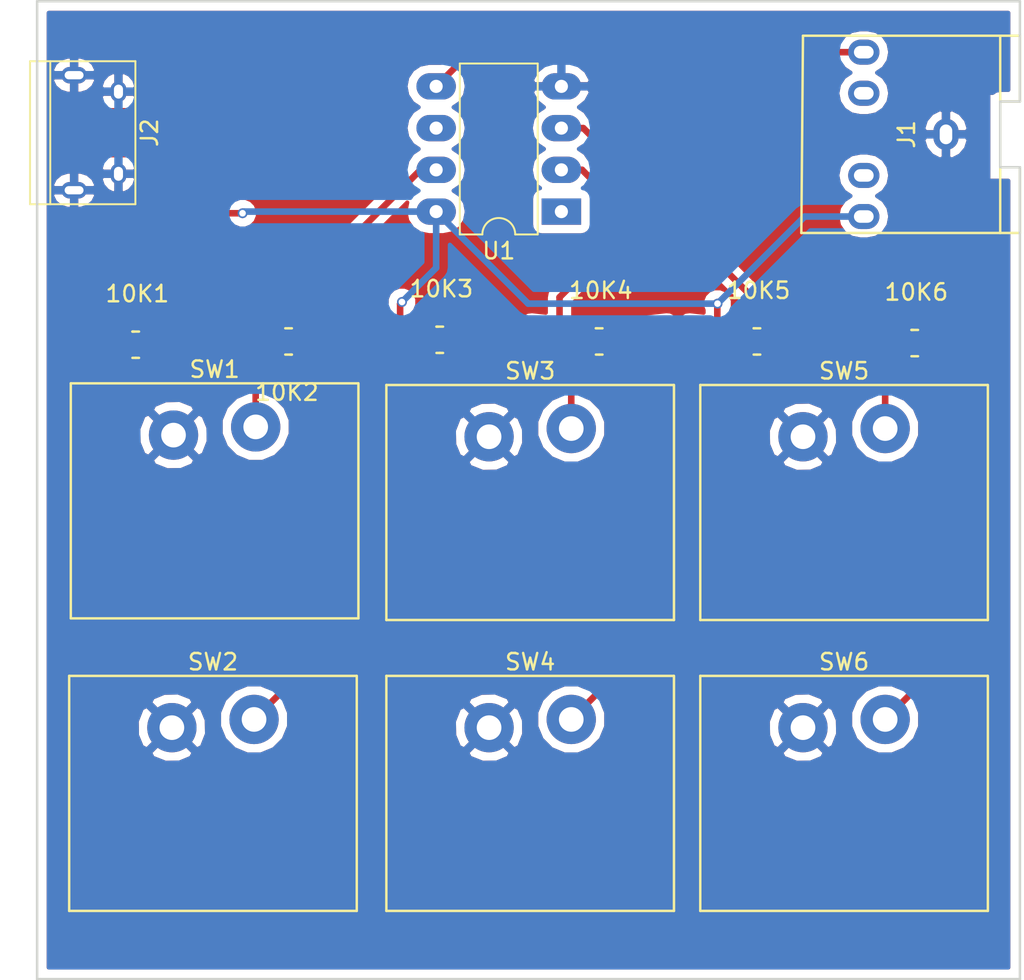
<source format=kicad_pcb>
(kicad_pcb (version 4) (host pcbnew 4.0.6)

  (general
    (links 30)
    (no_connects 1)
    (area 109.796999 71.451999 169.747001 131.102001)
    (thickness 1.6)
    (drawings 9)
    (tracks 48)
    (zones 0)
    (modules 15)
    (nets 10)
  )

  (page A4)
  (layers
    (0 F.Cu signal)
    (31 B.Cu signal hide)
    (32 B.Adhes user)
    (33 F.Adhes user)
    (34 B.Paste user)
    (35 F.Paste user)
    (36 B.SilkS user)
    (37 F.SilkS user)
    (38 B.Mask user)
    (39 F.Mask user)
    (40 Dwgs.User user)
    (41 Cmts.User user)
    (42 Eco1.User user)
    (43 Eco2.User user)
    (44 Edge.Cuts user)
    (45 Margin user)
    (46 B.CrtYd user)
    (47 F.CrtYd user)
    (48 B.Fab user hide)
    (49 F.Fab user)
  )

  (setup
    (last_trace_width 0.25)
    (trace_clearance 0.2)
    (zone_clearance 0.508)
    (zone_45_only no)
    (trace_min 0.2)
    (segment_width 0.2)
    (edge_width 0.15)
    (via_size 0.6)
    (via_drill 0.4)
    (via_min_size 0.4)
    (via_min_drill 0.3)
    (uvia_size 0.3)
    (uvia_drill 0.1)
    (uvias_allowed no)
    (uvia_min_size 0.2)
    (uvia_min_drill 0.1)
    (pcb_text_width 0.3)
    (pcb_text_size 1.5 1.5)
    (mod_edge_width 0.15)
    (mod_text_size 1 1)
    (mod_text_width 0.15)
    (pad_size 1.524 1.524)
    (pad_drill 0.762)
    (pad_to_mask_clearance 0.2)
    (aux_axis_origin 0 0)
    (grid_origin 118.872 89.027)
    (visible_elements FFFFFF7F)
    (pcbplotparams
      (layerselection 0x010f0_80000001)
      (usegerberextensions false)
      (excludeedgelayer true)
      (linewidth 0.100000)
      (plotframeref false)
      (viasonmask false)
      (mode 1)
      (useauxorigin false)
      (hpglpennumber 1)
      (hpglpenspeed 20)
      (hpglpendiameter 15)
      (hpglpenoverlay 2)
      (psnegative false)
      (psa4output false)
      (plotreference true)
      (plotvalue false)
      (plotinvisibletext false)
      (padsonsilk false)
      (subtractmaskfromsilk false)
      (outputformat 1)
      (mirror false)
      (drillshape 0)
      (scaleselection 1)
      (outputdirectory "Matias Gerbers/"))
  )

  (net 0 "")
  (net 1 +5V)
  (net 2 "Net-(10K1-Pad2)")
  (net 3 "Net-(10K2-Pad1)")
  (net 4 "Net-(10K3-Pad2)")
  (net 5 "Net-(10K4-Pad2)")
  (net 6 "Net-(10K5-Pad2)")
  (net 7 "Net-(10K6-Pad2)")
  (net 8 "Net-(J1-Pad2)")
  (net 9 GND)

  (net_class Default "This is the default net class."
    (clearance 0.2)
    (trace_width 0.25)
    (via_dia 0.6)
    (via_drill 0.4)
    (uvia_dia 0.3)
    (uvia_drill 0.1)
  )

  (net_class "Heavy Net" ""
    (clearance 0.2)
    (trace_width 0.4)
    (via_dia 0.6)
    (via_drill 0.4)
    (uvia_dia 0.3)
    (uvia_drill 0.1)
    (add_net +5V)
    (add_net GND)
    (add_net "Net-(10K1-Pad2)")
    (add_net "Net-(10K2-Pad1)")
    (add_net "Net-(10K3-Pad2)")
    (add_net "Net-(10K4-Pad2)")
    (add_net "Net-(10K5-Pad2)")
    (add_net "Net-(10K6-Pad2)")
    (add_net "Net-(J1-Pad2)")
  )

  (module SJ1-352X:SJ1-352XN (layer F.Cu) (tedit 5973AAE5) (tstamp 5973BB9C)
    (at 169.672 79.627 90)
    (path /59738767)
    (fp_text reference J1 (at 0 -6.9 90) (layer F.SilkS)
      (effects (font (size 1 1) (thickness 0.15)))
    )
    (fp_text value Audio-Jack-3 (at 0 -2.3 90) (layer F.Fab)
      (effects (font (size 1 1) (thickness 0.15)))
    )
    (fp_text user Cut (at -0.2 -0.3 90) (layer F.SilkS) hide
      (effects (font (size 1 1) (thickness 0.15)))
    )
    (fp_line (start 6 -1.2) (end -6 -1.2) (layer F.SilkS) (width 0.15))
    (fp_line (start 6 0) (end 6 -13.2) (layer F.SilkS) (width 0.15))
    (fp_line (start 6 -13.2) (end -6 -13.3) (layer F.SilkS) (width 0.15))
    (fp_line (start -6 -13.3) (end -6 0) (layer F.SilkS) (width 0.15))
    (fp_line (start -6 0) (end -2.1 0) (layer F.SilkS) (width 0.15))
    (fp_line (start 2 0) (end 6 0) (layer F.SilkS) (width 0.15))
    (fp_line (start -2 0) (end -2 -1.2) (layer F.SilkS) (width 0.15))
    (fp_line (start -2 -1.2) (end 2 -1.2) (layer F.SilkS) (width 0.15))
    (fp_line (start 2 -1.2) (end 2 0) (layer F.SilkS) (width 0.15))
    (pad 1 thru_hole oval (at 0 -4.5 90) (size 1.9 1.524) (drill oval 1.2 0.762) (layers *.Cu *.Mask)
      (net 9 GND))
    (pad 5 thru_hole oval (at -2.5 -9.5 180) (size 1.9 1.524) (drill oval 1.2 0.762) (layers *.Cu *.Mask))
    (pad 4 thru_hole oval (at 2.5 -9.5 180) (size 1.9 1.524) (drill oval 1.2 0.762) (layers *.Cu *.Mask))
    (pad 3 thru_hole oval (at -5 -9.5 180) (size 1.9 1.524) (drill oval 1.2 0.762) (layers *.Cu *.Mask)
      (net 1 +5V))
    (pad 2 thru_hole oval (at 5 -9.5 180) (size 1.9 1.524) (drill oval 1.2 0.762) (layers *.Cu *.Mask)
      (net 8 "Net-(J1-Pad2)"))
  )

  (module Housings_DIP:DIP-8_W7.62mm_LongPads (layer F.Cu) (tedit 58CC8E33) (tstamp 5973BC84)
    (at 141.772 84.327 180)
    (descr "8-lead dip package, row spacing 7.62 mm (300 mils), LongPads")
    (tags "DIL DIP PDIP 2.54mm 7.62mm 300mil LongPads")
    (path /59738694)
    (fp_text reference U1 (at 3.81 -2.39 180) (layer F.SilkS)
      (effects (font (size 1 1) (thickness 0.15)))
    )
    (fp_text value ATTINY85-20PU (at 3.81 10.01 180) (layer F.Fab)
      (effects (font (size 1 1) (thickness 0.15)))
    )
    (fp_text user %R (at 3.81 3.81 180) (layer F.Fab)
      (effects (font (size 1 1) (thickness 0.15)))
    )
    (fp_line (start 1.635 -1.27) (end 6.985 -1.27) (layer F.Fab) (width 0.1))
    (fp_line (start 6.985 -1.27) (end 6.985 8.89) (layer F.Fab) (width 0.1))
    (fp_line (start 6.985 8.89) (end 0.635 8.89) (layer F.Fab) (width 0.1))
    (fp_line (start 0.635 8.89) (end 0.635 -0.27) (layer F.Fab) (width 0.1))
    (fp_line (start 0.635 -0.27) (end 1.635 -1.27) (layer F.Fab) (width 0.1))
    (fp_line (start 2.81 -1.39) (end 1.44 -1.39) (layer F.SilkS) (width 0.12))
    (fp_line (start 1.44 -1.39) (end 1.44 9.01) (layer F.SilkS) (width 0.12))
    (fp_line (start 1.44 9.01) (end 6.18 9.01) (layer F.SilkS) (width 0.12))
    (fp_line (start 6.18 9.01) (end 6.18 -1.39) (layer F.SilkS) (width 0.12))
    (fp_line (start 6.18 -1.39) (end 4.81 -1.39) (layer F.SilkS) (width 0.12))
    (fp_line (start -1.5 -1.6) (end -1.5 9.2) (layer F.CrtYd) (width 0.05))
    (fp_line (start -1.5 9.2) (end 9.1 9.2) (layer F.CrtYd) (width 0.05))
    (fp_line (start 9.1 9.2) (end 9.1 -1.6) (layer F.CrtYd) (width 0.05))
    (fp_line (start 9.1 -1.6) (end -1.5 -1.6) (layer F.CrtYd) (width 0.05))
    (fp_arc (start 3.81 -1.39) (end 2.81 -1.39) (angle -180) (layer F.SilkS) (width 0.12))
    (pad 1 thru_hole rect (at 0 0 180) (size 2.4 1.6) (drill 0.8) (layers *.Cu *.Mask))
    (pad 5 thru_hole oval (at 7.62 7.62 180) (size 2.4 1.6) (drill 0.8) (layers *.Cu *.Mask)
      (net 8 "Net-(J1-Pad2)"))
    (pad 2 thru_hole oval (at 0 2.54 180) (size 2.4 1.6) (drill 0.8) (layers *.Cu *.Mask)
      (net 4 "Net-(10K3-Pad2)"))
    (pad 6 thru_hole oval (at 7.62 5.08 180) (size 2.4 1.6) (drill 0.8) (layers *.Cu *.Mask))
    (pad 3 thru_hole oval (at 0 5.08 180) (size 2.4 1.6) (drill 0.8) (layers *.Cu *.Mask)
      (net 6 "Net-(10K5-Pad2)"))
    (pad 7 thru_hole oval (at 7.62 2.54 180) (size 2.4 1.6) (drill 0.8) (layers *.Cu *.Mask)
      (net 2 "Net-(10K1-Pad2)"))
    (pad 4 thru_hole oval (at 0 7.62 180) (size 2.4 1.6) (drill 0.8) (layers *.Cu *.Mask)
      (net 9 GND))
    (pad 8 thru_hole oval (at 7.62 0 180) (size 2.4 1.6) (drill 0.8) (layers *.Cu *.Mask)
      (net 1 +5V))
    (model ${KISYS3DMOD}/Housings_DIP.3dshapes/DIP-8_W7.62mm_LongPads.wrl
      (at (xyz 0 0 0))
      (scale (xyz 1 1 1))
      (rotate (xyz 0 0 0))
    )
  )

  (module Connectors:USB_Micro-B (layer F.Cu) (tedit 5543E447) (tstamp 5973D1F0)
    (at 113.472 79.527 270)
    (descr "Micro USB Type B Receptacle")
    (tags "USB USB_B USB_micro USB_OTG")
    (path /5973CE99)
    (attr smd)
    (fp_text reference J2 (at 0 -3.24 270) (layer F.SilkS)
      (effects (font (size 1 1) (thickness 0.15)))
    )
    (fp_text value USB_OTG (at 0 5.01 270) (layer F.Fab)
      (effects (font (size 1 1) (thickness 0.15)))
    )
    (fp_line (start -4.6 -2.59) (end 4.6 -2.59) (layer F.CrtYd) (width 0.05))
    (fp_line (start 4.6 -2.59) (end 4.6 4.26) (layer F.CrtYd) (width 0.05))
    (fp_line (start 4.6 4.26) (end -4.6 4.26) (layer F.CrtYd) (width 0.05))
    (fp_line (start -4.6 4.26) (end -4.6 -2.59) (layer F.CrtYd) (width 0.05))
    (fp_line (start -4.35 4.03) (end 4.35 4.03) (layer F.SilkS) (width 0.12))
    (fp_line (start -4.35 -2.38) (end 4.35 -2.38) (layer F.SilkS) (width 0.12))
    (fp_line (start 4.35 -2.38) (end 4.35 4.03) (layer F.SilkS) (width 0.12))
    (fp_line (start 4.35 2.8) (end -4.35 2.8) (layer F.SilkS) (width 0.12))
    (fp_line (start -4.35 4.03) (end -4.35 -2.38) (layer F.SilkS) (width 0.12))
    (pad 1 smd rect (at -1.3 -1.35) (size 1.35 0.4) (layers F.Cu F.Paste F.Mask)
      (net 1 +5V))
    (pad 2 smd rect (at -0.65 -1.35) (size 1.35 0.4) (layers F.Cu F.Paste F.Mask))
    (pad 3 smd rect (at 0 -1.35) (size 1.35 0.4) (layers F.Cu F.Paste F.Mask))
    (pad 4 smd rect (at 0.65 -1.35) (size 1.35 0.4) (layers F.Cu F.Paste F.Mask))
    (pad 5 smd rect (at 1.3 -1.35) (size 1.35 0.4) (layers F.Cu F.Paste F.Mask)
      (net 9 GND))
    (pad 6 thru_hole oval (at -2.5 -1.35) (size 0.95 1.25) (drill oval 0.55 0.85) (layers *.Cu *.Mask)
      (net 9 GND))
    (pad 6 thru_hole oval (at 2.5 -1.35) (size 0.95 1.25) (drill oval 0.55 0.85) (layers *.Cu *.Mask)
      (net 9 GND))
    (pad 6 thru_hole oval (at -3.5 1.35) (size 1.55 1) (drill oval 1.15 0.5) (layers *.Cu *.Mask)
      (net 9 GND))
    (pad 6 thru_hole oval (at 3.5 1.35) (size 1.55 1) (drill oval 1.15 0.5) (layers *.Cu *.Mask)
      (net 9 GND))
  )

  (module Buttons_Switches_THT:SW_Matias_Quiet (layer F.Cu) (tedit 592D4AA5) (tstamp 5973E076)
    (at 118.172 97.927)
    (descr http://matias.ca/switches/quiet/)
    (tags "Matias quiet keyboard key switch")
    (path /597381C1)
    (fp_text reference SW1 (at 2.5 -4) (layer F.SilkS)
      (effects (font (size 1 1) (thickness 0.15)))
    )
    (fp_text value SW_Push (at 2.5 12) (layer F.Fab)
      (effects (font (size 1 1) (thickness 0.15)))
    )
    (fp_line (start -6.35 -3.25) (end -6.35 11.25) (layer F.CrtYd) (width 0.05))
    (fp_line (start 11.35 11.25) (end 11.35 -3.25) (layer F.CrtYd) (width 0.05))
    (fp_line (start -6.25 -3.15) (end 11.24 -3.15) (layer F.SilkS) (width 0.15))
    (fp_line (start -6.25 11.15) (end -6.25 -3.15) (layer F.SilkS) (width 0.15))
    (fp_line (start 11.25 11.15) (end -6.25 11.15) (layer F.SilkS) (width 0.15))
    (fp_line (start 11.25 -3.15) (end 11.25 11.15) (layer F.SilkS) (width 0.15))
    (fp_text user %R (at 2.5 4) (layer F.Fab)
      (effects (font (size 1 1) (thickness 0.15)))
    )
    (fp_line (start -6.35 11.25) (end 11.35 11.25) (layer F.CrtYd) (width 0.05))
    (fp_line (start 11.1 -3) (end 11.1 11) (layer F.Fab) (width 0.1))
    (fp_line (start 11.1 11) (end -6.1 11) (layer F.Fab) (width 0.1))
    (fp_line (start -6.1 11) (end -6.1 -3) (layer F.Fab) (width 0.1))
    (fp_line (start -6.1 -3) (end 11.1 -3) (layer F.Fab) (width 0.1))
    (fp_line (start -6.35 -3.25) (end 11.35 -3.25) (layer F.CrtYd) (width 0.05))
    (pad 1 thru_hole circle (at 0 0) (size 3 3) (drill 1.5) (layers *.Cu *.Mask)
      (net 9 GND))
    (pad 2 thru_hole circle (at 5 -0.5) (size 3 3) (drill 1.5) (layers *.Cu *.Mask)
      (net 2 "Net-(10K1-Pad2)"))
    (model ${KISYS3DMOD}/Buttons_Switches_THT.3dshapes/SW_Matias_Quiet.wrl
      (at (xyz 0 0 0))
      (scale (xyz 1 1 1))
      (rotate (xyz 0 0 0))
    )
  )

  (module Buttons_Switches_THT:SW_Matias_Quiet (layer F.Cu) (tedit 592D4AA5) (tstamp 5973E089)
    (at 118.072 115.727)
    (descr http://matias.ca/switches/quiet/)
    (tags "Matias quiet keyboard key switch")
    (path /597380E6)
    (fp_text reference SW2 (at 2.5 -4) (layer F.SilkS)
      (effects (font (size 1 1) (thickness 0.15)))
    )
    (fp_text value SW_Push (at 2.5 12) (layer F.Fab)
      (effects (font (size 1 1) (thickness 0.15)))
    )
    (fp_line (start -6.35 -3.25) (end -6.35 11.25) (layer F.CrtYd) (width 0.05))
    (fp_line (start 11.35 11.25) (end 11.35 -3.25) (layer F.CrtYd) (width 0.05))
    (fp_line (start -6.25 -3.15) (end 11.24 -3.15) (layer F.SilkS) (width 0.15))
    (fp_line (start -6.25 11.15) (end -6.25 -3.15) (layer F.SilkS) (width 0.15))
    (fp_line (start 11.25 11.15) (end -6.25 11.15) (layer F.SilkS) (width 0.15))
    (fp_line (start 11.25 -3.15) (end 11.25 11.15) (layer F.SilkS) (width 0.15))
    (fp_text user %R (at 2.5 4) (layer F.Fab)
      (effects (font (size 1 1) (thickness 0.15)))
    )
    (fp_line (start -6.35 11.25) (end 11.35 11.25) (layer F.CrtYd) (width 0.05))
    (fp_line (start 11.1 -3) (end 11.1 11) (layer F.Fab) (width 0.1))
    (fp_line (start 11.1 11) (end -6.1 11) (layer F.Fab) (width 0.1))
    (fp_line (start -6.1 11) (end -6.1 -3) (layer F.Fab) (width 0.1))
    (fp_line (start -6.1 -3) (end 11.1 -3) (layer F.Fab) (width 0.1))
    (fp_line (start -6.35 -3.25) (end 11.35 -3.25) (layer F.CrtYd) (width 0.05))
    (pad 1 thru_hole circle (at 0 0) (size 3 3) (drill 1.5) (layers *.Cu *.Mask)
      (net 9 GND))
    (pad 2 thru_hole circle (at 5 -0.5) (size 3 3) (drill 1.5) (layers *.Cu *.Mask)
      (net 3 "Net-(10K2-Pad1)"))
    (model ${KISYS3DMOD}/Buttons_Switches_THT.3dshapes/SW_Matias_Quiet.wrl
      (at (xyz 0 0 0))
      (scale (xyz 1 1 1))
      (rotate (xyz 0 0 0))
    )
  )

  (module Buttons_Switches_THT:SW_Matias_Quiet (layer F.Cu) (tedit 592D4AA5) (tstamp 5973E09C)
    (at 137.372 98.027)
    (descr http://matias.ca/switches/quiet/)
    (tags "Matias quiet keyboard key switch")
    (path /59738182)
    (fp_text reference SW3 (at 2.5 -4) (layer F.SilkS)
      (effects (font (size 1 1) (thickness 0.15)))
    )
    (fp_text value SW_Push (at 2.5 12) (layer F.Fab)
      (effects (font (size 1 1) (thickness 0.15)))
    )
    (fp_line (start -6.35 -3.25) (end -6.35 11.25) (layer F.CrtYd) (width 0.05))
    (fp_line (start 11.35 11.25) (end 11.35 -3.25) (layer F.CrtYd) (width 0.05))
    (fp_line (start -6.25 -3.15) (end 11.24 -3.15) (layer F.SilkS) (width 0.15))
    (fp_line (start -6.25 11.15) (end -6.25 -3.15) (layer F.SilkS) (width 0.15))
    (fp_line (start 11.25 11.15) (end -6.25 11.15) (layer F.SilkS) (width 0.15))
    (fp_line (start 11.25 -3.15) (end 11.25 11.15) (layer F.SilkS) (width 0.15))
    (fp_text user %R (at 2.5 4) (layer F.Fab)
      (effects (font (size 1 1) (thickness 0.15)))
    )
    (fp_line (start -6.35 11.25) (end 11.35 11.25) (layer F.CrtYd) (width 0.05))
    (fp_line (start 11.1 -3) (end 11.1 11) (layer F.Fab) (width 0.1))
    (fp_line (start 11.1 11) (end -6.1 11) (layer F.Fab) (width 0.1))
    (fp_line (start -6.1 11) (end -6.1 -3) (layer F.Fab) (width 0.1))
    (fp_line (start -6.1 -3) (end 11.1 -3) (layer F.Fab) (width 0.1))
    (fp_line (start -6.35 -3.25) (end 11.35 -3.25) (layer F.CrtYd) (width 0.05))
    (pad 1 thru_hole circle (at 0 0) (size 3 3) (drill 1.5) (layers *.Cu *.Mask)
      (net 9 GND))
    (pad 2 thru_hole circle (at 5 -0.5) (size 3 3) (drill 1.5) (layers *.Cu *.Mask)
      (net 4 "Net-(10K3-Pad2)"))
    (model ${KISYS3DMOD}/Buttons_Switches_THT.3dshapes/SW_Matias_Quiet.wrl
      (at (xyz 0 0 0))
      (scale (xyz 1 1 1))
      (rotate (xyz 0 0 0))
    )
  )

  (module Buttons_Switches_THT:SW_Matias_Quiet (layer F.Cu) (tedit 592D4AA5) (tstamp 5973E0AF)
    (at 137.372 115.727)
    (descr http://matias.ca/switches/quiet/)
    (tags "Matias quiet keyboard key switch")
    (path /597380A4)
    (fp_text reference SW4 (at 2.5 -4) (layer F.SilkS)
      (effects (font (size 1 1) (thickness 0.15)))
    )
    (fp_text value SW_Push (at 2.5 12) (layer F.Fab)
      (effects (font (size 1 1) (thickness 0.15)))
    )
    (fp_line (start -6.35 -3.25) (end -6.35 11.25) (layer F.CrtYd) (width 0.05))
    (fp_line (start 11.35 11.25) (end 11.35 -3.25) (layer F.CrtYd) (width 0.05))
    (fp_line (start -6.25 -3.15) (end 11.24 -3.15) (layer F.SilkS) (width 0.15))
    (fp_line (start -6.25 11.15) (end -6.25 -3.15) (layer F.SilkS) (width 0.15))
    (fp_line (start 11.25 11.15) (end -6.25 11.15) (layer F.SilkS) (width 0.15))
    (fp_line (start 11.25 -3.15) (end 11.25 11.15) (layer F.SilkS) (width 0.15))
    (fp_text user %R (at 2.5 4) (layer F.Fab)
      (effects (font (size 1 1) (thickness 0.15)))
    )
    (fp_line (start -6.35 11.25) (end 11.35 11.25) (layer F.CrtYd) (width 0.05))
    (fp_line (start 11.1 -3) (end 11.1 11) (layer F.Fab) (width 0.1))
    (fp_line (start 11.1 11) (end -6.1 11) (layer F.Fab) (width 0.1))
    (fp_line (start -6.1 11) (end -6.1 -3) (layer F.Fab) (width 0.1))
    (fp_line (start -6.1 -3) (end 11.1 -3) (layer F.Fab) (width 0.1))
    (fp_line (start -6.35 -3.25) (end 11.35 -3.25) (layer F.CrtYd) (width 0.05))
    (pad 1 thru_hole circle (at 0 0) (size 3 3) (drill 1.5) (layers *.Cu *.Mask)
      (net 9 GND))
    (pad 2 thru_hole circle (at 5 -0.5) (size 3 3) (drill 1.5) (layers *.Cu *.Mask)
      (net 5 "Net-(10K4-Pad2)"))
    (model ${KISYS3DMOD}/Buttons_Switches_THT.3dshapes/SW_Matias_Quiet.wrl
      (at (xyz 0 0 0))
      (scale (xyz 1 1 1))
      (rotate (xyz 0 0 0))
    )
  )

  (module Buttons_Switches_THT:SW_Matias_Quiet (layer F.Cu) (tedit 592D4AA5) (tstamp 5973E0C2)
    (at 156.472 98.027)
    (descr http://matias.ca/switches/quiet/)
    (tags "Matias quiet keyboard key switch")
    (path /59738158)
    (fp_text reference SW5 (at 2.5 -4) (layer F.SilkS)
      (effects (font (size 1 1) (thickness 0.15)))
    )
    (fp_text value SW_Push (at 2.5 12) (layer F.Fab)
      (effects (font (size 1 1) (thickness 0.15)))
    )
    (fp_line (start -6.35 -3.25) (end -6.35 11.25) (layer F.CrtYd) (width 0.05))
    (fp_line (start 11.35 11.25) (end 11.35 -3.25) (layer F.CrtYd) (width 0.05))
    (fp_line (start -6.25 -3.15) (end 11.24 -3.15) (layer F.SilkS) (width 0.15))
    (fp_line (start -6.25 11.15) (end -6.25 -3.15) (layer F.SilkS) (width 0.15))
    (fp_line (start 11.25 11.15) (end -6.25 11.15) (layer F.SilkS) (width 0.15))
    (fp_line (start 11.25 -3.15) (end 11.25 11.15) (layer F.SilkS) (width 0.15))
    (fp_text user %R (at 2.5 4) (layer F.Fab)
      (effects (font (size 1 1) (thickness 0.15)))
    )
    (fp_line (start -6.35 11.25) (end 11.35 11.25) (layer F.CrtYd) (width 0.05))
    (fp_line (start 11.1 -3) (end 11.1 11) (layer F.Fab) (width 0.1))
    (fp_line (start 11.1 11) (end -6.1 11) (layer F.Fab) (width 0.1))
    (fp_line (start -6.1 11) (end -6.1 -3) (layer F.Fab) (width 0.1))
    (fp_line (start -6.1 -3) (end 11.1 -3) (layer F.Fab) (width 0.1))
    (fp_line (start -6.35 -3.25) (end 11.35 -3.25) (layer F.CrtYd) (width 0.05))
    (pad 1 thru_hole circle (at 0 0) (size 3 3) (drill 1.5) (layers *.Cu *.Mask)
      (net 9 GND))
    (pad 2 thru_hole circle (at 5 -0.5) (size 3 3) (drill 1.5) (layers *.Cu *.Mask)
      (net 6 "Net-(10K5-Pad2)"))
    (model ${KISYS3DMOD}/Buttons_Switches_THT.3dshapes/SW_Matias_Quiet.wrl
      (at (xyz 0 0 0))
      (scale (xyz 1 1 1))
      (rotate (xyz 0 0 0))
    )
  )

  (module Buttons_Switches_THT:SW_Matias_Quiet (layer F.Cu) (tedit 592D4AA5) (tstamp 5973E0D5)
    (at 156.472 115.727)
    (descr http://matias.ca/switches/quiet/)
    (tags "Matias quiet keyboard key switch")
    (path /5973802F)
    (fp_text reference SW6 (at 2.5 -4) (layer F.SilkS)
      (effects (font (size 1 1) (thickness 0.15)))
    )
    (fp_text value SW_Push (at 2.5 12) (layer F.Fab)
      (effects (font (size 1 1) (thickness 0.15)))
    )
    (fp_line (start -6.35 -3.25) (end -6.35 11.25) (layer F.CrtYd) (width 0.05))
    (fp_line (start 11.35 11.25) (end 11.35 -3.25) (layer F.CrtYd) (width 0.05))
    (fp_line (start -6.25 -3.15) (end 11.24 -3.15) (layer F.SilkS) (width 0.15))
    (fp_line (start -6.25 11.15) (end -6.25 -3.15) (layer F.SilkS) (width 0.15))
    (fp_line (start 11.25 11.15) (end -6.25 11.15) (layer F.SilkS) (width 0.15))
    (fp_line (start 11.25 -3.15) (end 11.25 11.15) (layer F.SilkS) (width 0.15))
    (fp_text user %R (at 2.5 4) (layer F.Fab)
      (effects (font (size 1 1) (thickness 0.15)))
    )
    (fp_line (start -6.35 11.25) (end 11.35 11.25) (layer F.CrtYd) (width 0.05))
    (fp_line (start 11.1 -3) (end 11.1 11) (layer F.Fab) (width 0.1))
    (fp_line (start 11.1 11) (end -6.1 11) (layer F.Fab) (width 0.1))
    (fp_line (start -6.1 11) (end -6.1 -3) (layer F.Fab) (width 0.1))
    (fp_line (start -6.1 -3) (end 11.1 -3) (layer F.Fab) (width 0.1))
    (fp_line (start -6.35 -3.25) (end 11.35 -3.25) (layer F.CrtYd) (width 0.05))
    (pad 1 thru_hole circle (at 0 0) (size 3 3) (drill 1.5) (layers *.Cu *.Mask)
      (net 9 GND))
    (pad 2 thru_hole circle (at 5 -0.5) (size 3 3) (drill 1.5) (layers *.Cu *.Mask)
      (net 7 "Net-(10K6-Pad2)"))
    (model ${KISYS3DMOD}/Buttons_Switches_THT.3dshapes/SW_Matias_Quiet.wrl
      (at (xyz 0 0 0))
      (scale (xyz 1 1 1))
      (rotate (xyz 0 0 0))
    )
  )

  (module Resistors_Universal:Resistor_SMDuniversal_0805to1206_HandSoldering (layer F.Cu) (tedit 0) (tstamp 59742C11)
    (at 115.872 92.427)
    (descr "Resistor, SMD, universal, 0805 to 1206, Hand soldering,")
    (tags "Resistor, SMD, universal, 0805 to 1206, Hand soldering,")
    (path /5973A84B)
    (fp_text reference 10K1 (at 0.09906 -3.0988) (layer F.SilkS)
      (effects (font (size 1 1) (thickness 0.15)))
    )
    (fp_text value R (at -0.39878 4.20116) (layer F.Fab)
      (effects (font (size 1 1) (thickness 0.15)))
    )
    (fp_line (start 0 0.8001) (end 0.20066 0.8001) (layer F.SilkS) (width 0.15))
    (fp_line (start 0 0.8001) (end -0.20066 0.8001) (layer F.SilkS) (width 0.15))
    (fp_line (start -0.09906 -0.8001) (end -0.20066 -0.8001) (layer F.SilkS) (width 0.15))
    (fp_line (start -0.20066 -0.8001) (end 0.20066 -0.8001) (layer F.SilkS) (width 0.15))
    (pad 1 smd trapezoid (at -2.413 0) (size 3.50012 1.99898) (rect_delta 0.39878 0 ) (layers F.Cu F.Paste F.Mask)
      (net 1 +5V))
    (pad 2 smd trapezoid (at 2.413 0 180) (size 3.50012 1.99898) (rect_delta 0.39878 0 ) (layers F.Cu F.Paste F.Mask)
      (net 2 "Net-(10K1-Pad2)"))
  )

  (module Resistors_Universal:Resistor_SMDuniversal_0805to1206_HandSoldering (layer F.Cu) (tedit 0) (tstamp 59742C1A)
    (at 125.172 92.227 180)
    (descr "Resistor, SMD, universal, 0805 to 1206, Hand soldering,")
    (tags "Resistor, SMD, universal, 0805 to 1206, Hand soldering,")
    (path /59725307)
    (fp_text reference 10K2 (at 0.09906 -3.0988 180) (layer F.SilkS)
      (effects (font (size 1 1) (thickness 0.15)))
    )
    (fp_text value R (at -0.39878 4.20116 180) (layer F.Fab)
      (effects (font (size 1 1) (thickness 0.15)))
    )
    (fp_line (start 0 0.8001) (end 0.20066 0.8001) (layer F.SilkS) (width 0.15))
    (fp_line (start 0 0.8001) (end -0.20066 0.8001) (layer F.SilkS) (width 0.15))
    (fp_line (start -0.09906 -0.8001) (end -0.20066 -0.8001) (layer F.SilkS) (width 0.15))
    (fp_line (start -0.20066 -0.8001) (end 0.20066 -0.8001) (layer F.SilkS) (width 0.15))
    (pad 1 smd trapezoid (at -2.413 0 180) (size 3.50012 1.99898) (rect_delta 0.39878 0 ) (layers F.Cu F.Paste F.Mask)
      (net 3 "Net-(10K2-Pad1)"))
    (pad 2 smd trapezoid (at 2.413 0) (size 3.50012 1.99898) (rect_delta 0.39878 0 ) (layers F.Cu F.Paste F.Mask)
      (net 2 "Net-(10K1-Pad2)"))
  )

  (module Resistors_Universal:Resistor_SMDuniversal_0805to1206_HandSoldering (layer F.Cu) (tedit 0) (tstamp 59742C23)
    (at 134.372 92.127)
    (descr "Resistor, SMD, universal, 0805 to 1206, Hand soldering,")
    (tags "Resistor, SMD, universal, 0805 to 1206, Hand soldering,")
    (path /5973A6DA)
    (fp_text reference 10K3 (at 0.09906 -3.0988) (layer F.SilkS)
      (effects (font (size 1 1) (thickness 0.15)))
    )
    (fp_text value R (at -0.39878 4.20116) (layer F.Fab)
      (effects (font (size 1 1) (thickness 0.15)))
    )
    (fp_line (start 0 0.8001) (end 0.20066 0.8001) (layer F.SilkS) (width 0.15))
    (fp_line (start 0 0.8001) (end -0.20066 0.8001) (layer F.SilkS) (width 0.15))
    (fp_line (start -0.09906 -0.8001) (end -0.20066 -0.8001) (layer F.SilkS) (width 0.15))
    (fp_line (start -0.20066 -0.8001) (end 0.20066 -0.8001) (layer F.SilkS) (width 0.15))
    (pad 1 smd trapezoid (at -2.413 0) (size 3.50012 1.99898) (rect_delta 0.39878 0 ) (layers F.Cu F.Paste F.Mask)
      (net 1 +5V))
    (pad 2 smd trapezoid (at 2.413 0 180) (size 3.50012 1.99898) (rect_delta 0.39878 0 ) (layers F.Cu F.Paste F.Mask)
      (net 4 "Net-(10K3-Pad2)"))
  )

  (module Resistors_Universal:Resistor_SMDuniversal_0805to1206_HandSoldering (layer F.Cu) (tedit 0) (tstamp 59742C2C)
    (at 144.072 92.227)
    (descr "Resistor, SMD, universal, 0805 to 1206, Hand soldering,")
    (tags "Resistor, SMD, universal, 0805 to 1206, Hand soldering,")
    (path /5973A743)
    (fp_text reference 10K4 (at 0.09906 -3.0988) (layer F.SilkS)
      (effects (font (size 1 1) (thickness 0.15)))
    )
    (fp_text value R (at -0.39878 4.20116) (layer F.Fab)
      (effects (font (size 1 1) (thickness 0.15)))
    )
    (fp_line (start 0 0.8001) (end 0.20066 0.8001) (layer F.SilkS) (width 0.15))
    (fp_line (start 0 0.8001) (end -0.20066 0.8001) (layer F.SilkS) (width 0.15))
    (fp_line (start -0.09906 -0.8001) (end -0.20066 -0.8001) (layer F.SilkS) (width 0.15))
    (fp_line (start -0.20066 -0.8001) (end 0.20066 -0.8001) (layer F.SilkS) (width 0.15))
    (pad 1 smd trapezoid (at -2.413 0) (size 3.50012 1.99898) (rect_delta 0.39878 0 ) (layers F.Cu F.Paste F.Mask)
      (net 4 "Net-(10K3-Pad2)"))
    (pad 2 smd trapezoid (at 2.413 0 180) (size 3.50012 1.99898) (rect_delta 0.39878 0 ) (layers F.Cu F.Paste F.Mask)
      (net 5 "Net-(10K4-Pad2)"))
  )

  (module Resistors_Universal:Resistor_SMDuniversal_0805to1206_HandSoldering (layer F.Cu) (tedit 0) (tstamp 59742C35)
    (at 153.672 92.227)
    (descr "Resistor, SMD, universal, 0805 to 1206, Hand soldering,")
    (tags "Resistor, SMD, universal, 0805 to 1206, Hand soldering,")
    (path /5973A7F1)
    (fp_text reference 10K5 (at 0.09906 -3.0988) (layer F.SilkS)
      (effects (font (size 1 1) (thickness 0.15)))
    )
    (fp_text value R (at -0.39878 4.20116) (layer F.Fab)
      (effects (font (size 1 1) (thickness 0.15)))
    )
    (fp_line (start 0 0.8001) (end 0.20066 0.8001) (layer F.SilkS) (width 0.15))
    (fp_line (start 0 0.8001) (end -0.20066 0.8001) (layer F.SilkS) (width 0.15))
    (fp_line (start -0.09906 -0.8001) (end -0.20066 -0.8001) (layer F.SilkS) (width 0.15))
    (fp_line (start -0.20066 -0.8001) (end 0.20066 -0.8001) (layer F.SilkS) (width 0.15))
    (pad 1 smd trapezoid (at -2.413 0) (size 3.50012 1.99898) (rect_delta 0.39878 0 ) (layers F.Cu F.Paste F.Mask)
      (net 1 +5V))
    (pad 2 smd trapezoid (at 2.413 0 180) (size 3.50012 1.99898) (rect_delta 0.39878 0 ) (layers F.Cu F.Paste F.Mask)
      (net 6 "Net-(10K5-Pad2)"))
  )

  (module Resistors_Universal:Resistor_SMDuniversal_0805to1206_HandSoldering (layer F.Cu) (tedit 0) (tstamp 59742C3E)
    (at 163.272 92.327)
    (descr "Resistor, SMD, universal, 0805 to 1206, Hand soldering,")
    (tags "Resistor, SMD, universal, 0805 to 1206, Hand soldering,")
    (path /5973A797)
    (fp_text reference 10K6 (at 0.09906 -3.0988) (layer F.SilkS)
      (effects (font (size 1 1) (thickness 0.15)))
    )
    (fp_text value R (at -0.39878 4.20116) (layer F.Fab)
      (effects (font (size 1 1) (thickness 0.15)))
    )
    (fp_line (start 0 0.8001) (end 0.20066 0.8001) (layer F.SilkS) (width 0.15))
    (fp_line (start 0 0.8001) (end -0.20066 0.8001) (layer F.SilkS) (width 0.15))
    (fp_line (start -0.09906 -0.8001) (end -0.20066 -0.8001) (layer F.SilkS) (width 0.15))
    (fp_line (start -0.20066 -0.8001) (end 0.20066 -0.8001) (layer F.SilkS) (width 0.15))
    (pad 1 smd trapezoid (at -2.413 0) (size 3.50012 1.99898) (rect_delta 0.39878 0 ) (layers F.Cu F.Paste F.Mask)
      (net 6 "Net-(10K5-Pad2)"))
    (pad 2 smd trapezoid (at 2.413 0 180) (size 3.50012 1.99898) (rect_delta 0.39878 0 ) (layers F.Cu F.Paste F.Mask)
      (net 7 "Net-(10K6-Pad2)"))
  )

  (gr_line (start 169.672 81.627) (end 169.672 131.027) (angle 90) (layer Edge.Cuts) (width 0.15))
  (gr_line (start 168.472 81.627) (end 169.672 81.627) (angle 90) (layer Edge.Cuts) (width 0.15))
  (gr_line (start 168.472 77.627) (end 168.472 81.627) (angle 90) (layer Edge.Cuts) (width 0.15))
  (gr_line (start 169.672 77.627) (end 168.472 77.627) (angle 90) (layer Edge.Cuts) (width 0.15))
  (gr_line (start 169.672 73.527) (end 169.672 77.627) (angle 90) (layer Edge.Cuts) (width 0.15))
  (gr_line (start 109.872 131.027) (end 169.672 131.027) (angle 90) (layer Edge.Cuts) (width 0.15))
  (gr_line (start 109.872 71.527) (end 109.872 131.027) (angle 90) (layer Edge.Cuts) (width 0.15))
  (gr_line (start 169.672 71.527) (end 109.872 71.527) (angle 90) (layer Edge.Cuts) (width 0.15))
  (gr_line (start 169.672 73.527) (end 169.672 71.527) (angle 90) (layer Edge.Cuts) (width 0.15))

  (segment (start 134.152 84.327) (end 134.152 87.747) (width 0.4) (layer B.Cu) (net 1))
  (segment (start 131.959 89.94) (end 131.959 92.127) (width 0.4) (layer F.Cu) (net 1) (tstamp 59742F9D))
  (segment (start 132.072 89.827) (end 131.959 89.94) (width 0.4) (layer F.Cu) (net 1) (tstamp 59742F9C))
  (via (at 132.072 89.827) (size 0.6) (drill 0.4) (layers F.Cu B.Cu) (net 1))
  (segment (start 134.152 87.747) (end 132.072 89.827) (width 0.4) (layer B.Cu) (net 1) (tstamp 59742F7C))
  (segment (start 151.272 89.927) (end 139.752 89.927) (width 0.4) (layer B.Cu) (net 1))
  (segment (start 139.752 89.927) (end 134.152 84.327) (width 0.4) (layer B.Cu) (net 1) (tstamp 59742F51))
  (segment (start 160.172 84.627) (end 156.572 84.627) (width 0.4) (layer B.Cu) (net 1))
  (segment (start 151.259 89.94) (end 151.259 92.227) (width 0.4) (layer F.Cu) (net 1) (tstamp 59742F24))
  (segment (start 151.272 89.927) (end 151.259 89.94) (width 0.4) (layer F.Cu) (net 1) (tstamp 59742F23))
  (via (at 151.272 89.927) (size 0.6) (drill 0.4) (layers F.Cu B.Cu) (net 1))
  (segment (start 156.572 84.627) (end 151.272 89.927) (width 0.4) (layer B.Cu) (net 1) (tstamp 59742F0B))
  (segment (start 134.152 84.327) (end 122.472 84.327) (width 0.4) (layer B.Cu) (net 1))
  (segment (start 122.472 84.327) (end 122.372 84.427) (width 0.4) (layer B.Cu) (net 1) (tstamp 59742EC5))
  (via (at 122.372 84.427) (size 0.6) (drill 0.4) (layers F.Cu B.Cu) (net 1))
  (segment (start 122.372 84.427) (end 119.272 84.427) (width 0.4) (layer F.Cu) (net 1) (tstamp 59742ECB))
  (segment (start 114.822 78.227) (end 118.372 78.227) (width 0.4) (layer F.Cu) (net 1))
  (segment (start 118.372 78.227) (end 119.272 79.127) (width 0.4) (layer F.Cu) (net 1) (tstamp 59742E57))
  (segment (start 119.272 79.127) (end 119.272 84.427) (width 0.4) (layer F.Cu) (net 1) (tstamp 59742E5C))
  (segment (start 119.272 86.614) (end 113.459 92.427) (width 0.4) (layer F.Cu) (net 1) (tstamp 59742E66))
  (segment (start 119.272 84.427) (end 119.272 86.614) (width 0.4) (layer F.Cu) (net 1) (tstamp 59742ED0))
  (segment (start 134.152 81.787) (end 133.199 81.787) (width 0.4) (layer F.Cu) (net 2))
  (segment (start 133.199 81.787) (end 122.759 92.227) (width 0.4) (layer F.Cu) (net 2) (tstamp 59742DC2))
  (segment (start 123.172 97.427) (end 123.172 92.64) (width 0.4) (layer F.Cu) (net 2))
  (segment (start 123.172 92.64) (end 122.759 92.227) (width 0.4) (layer F.Cu) (net 2) (tstamp 59742D8D))
  (segment (start 122.759 92.227) (end 118.485 92.227) (width 0.4) (layer F.Cu) (net 2))
  (segment (start 118.485 92.227) (end 118.285 92.427) (width 0.4) (layer F.Cu) (net 2) (tstamp 59742D84))
  (segment (start 127.585 92.227) (end 127.585 110.714) (width 0.4) (layer F.Cu) (net 3))
  (segment (start 127.585 110.714) (end 123.072 115.227) (width 0.4) (layer F.Cu) (net 3) (tstamp 59742DA8))
  (segment (start 141.659 92.227) (end 141.659 89.54) (width 0.4) (layer F.Cu) (net 4))
  (segment (start 143.032 81.787) (end 141.772 81.787) (width 0.4) (layer F.Cu) (net 4) (tstamp 59742E07))
  (segment (start 144.272 83.027) (end 143.032 81.787) (width 0.4) (layer F.Cu) (net 4) (tstamp 59742E01))
  (segment (start 144.272 86.927) (end 144.272 83.027) (width 0.4) (layer F.Cu) (net 4) (tstamp 59742DFE))
  (segment (start 141.659 89.54) (end 144.272 86.927) (width 0.4) (layer F.Cu) (net 4) (tstamp 59742DF8))
  (segment (start 136.785 92.127) (end 141.559 92.127) (width 0.4) (layer F.Cu) (net 4))
  (segment (start 141.559 92.127) (end 142.372 92.94) (width 0.4) (layer F.Cu) (net 4) (tstamp 59742DEC))
  (segment (start 142.372 92.94) (end 142.372 97.527) (width 0.4) (layer F.Cu) (net 4) (tstamp 59742DEF))
  (segment (start 146.485 92.227) (end 146.485 111.114) (width 0.4) (layer F.Cu) (net 5))
  (segment (start 146.485 111.114) (end 142.372 115.227) (width 0.4) (layer F.Cu) (net 5) (tstamp 59742E10))
  (segment (start 161.472 97.527) (end 161.472 92.94) (width 0.4) (layer F.Cu) (net 6))
  (segment (start 161.472 92.94) (end 160.759 92.227) (width 0.4) (layer F.Cu) (net 6) (tstamp 59742E1B))
  (segment (start 160.759 92.227) (end 156.085 92.227) (width 0.4) (layer F.Cu) (net 6) (tstamp 59742E1E))
  (segment (start 156.085 92.227) (end 143.105 79.247) (width 0.4) (layer F.Cu) (net 6) (tstamp 59742E20))
  (segment (start 143.105 79.247) (end 141.772 79.247) (width 0.4) (layer F.Cu) (net 6) (tstamp 59742E24))
  (segment (start 165.685 92.327) (end 165.685 111.014) (width 0.4) (layer F.Cu) (net 7))
  (segment (start 165.685 111.014) (end 161.472 115.227) (width 0.4) (layer F.Cu) (net 7) (tstamp 59742E2D))
  (segment (start 160.172 74.627) (end 136.232 74.627) (width 0.4) (layer F.Cu) (net 8))
  (segment (start 136.232 74.627) (end 134.152 76.707) (width 0.4) (layer F.Cu) (net 8) (tstamp 59742E46))

  (zone (net 9) (net_name GND) (layer F.Cu) (tstamp 5973DD34) (hatch edge 0.508)
    (connect_pads (clearance 0.508))
    (min_thickness 0.254)
    (fill yes (arc_segments 16) (thermal_gap 0.508) (thermal_bridge_width 0.508))
    (polygon
      (pts
        (xy 169.272 77.227) (xy 167.872 77.227) (xy 167.872 82.327) (xy 169.172 82.327) (xy 169.272 130.627)
        (xy 110.172 130.627) (xy 110.172 71.927) (xy 169.272 71.927)
      )
    )
    (filled_polygon
      (pts
        (xy 168.962 76.917) (xy 168.472 76.917) (xy 168.200295 76.971046) (xy 168.007301 77.1) (xy 167.872 77.1)
        (xy 167.82259 77.110006) (xy 167.780965 77.138447) (xy 167.753685 77.180841) (xy 167.745 77.227) (xy 167.745 82.327)
        (xy 167.755006 82.37641) (xy 167.783447 82.418035) (xy 167.825841 82.445315) (xy 167.872 82.454) (xy 168.962 82.454)
        (xy 168.962 130.317) (xy 110.582 130.317) (xy 110.582 117.24097) (xy 116.737635 117.24097) (xy 116.897418 117.559739)
        (xy 117.688187 117.869723) (xy 118.537387 117.853497) (xy 119.246582 117.559739) (xy 119.406365 117.24097) (xy 118.072 115.906605)
        (xy 116.737635 117.24097) (xy 110.582 117.24097) (xy 110.582 115.343187) (xy 115.929277 115.343187) (xy 115.945503 116.192387)
        (xy 116.239261 116.901582) (xy 116.55803 117.061365) (xy 117.892395 115.727) (xy 118.251605 115.727) (xy 119.58597 117.061365)
        (xy 119.904739 116.901582) (xy 120.214723 116.110813) (xy 120.205915 115.649815) (xy 120.93663 115.649815) (xy 121.26098 116.4348)
        (xy 121.861041 117.035909) (xy 122.645459 117.361628) (xy 123.494815 117.36237) (xy 123.788624 117.24097) (xy 136.037635 117.24097)
        (xy 136.197418 117.559739) (xy 136.988187 117.869723) (xy 137.837387 117.853497) (xy 138.546582 117.559739) (xy 138.706365 117.24097)
        (xy 137.372 115.906605) (xy 136.037635 117.24097) (xy 123.788624 117.24097) (xy 124.2798 117.03802) (xy 124.880909 116.437959)
        (xy 125.206628 115.653541) (xy 125.206899 115.343187) (xy 135.229277 115.343187) (xy 135.245503 116.192387) (xy 135.539261 116.901582)
        (xy 135.85803 117.061365) (xy 137.192395 115.727) (xy 137.551605 115.727) (xy 138.88597 117.061365) (xy 139.204739 116.901582)
        (xy 139.514723 116.110813) (xy 139.505915 115.649815) (xy 140.23663 115.649815) (xy 140.56098 116.4348) (xy 141.161041 117.035909)
        (xy 141.945459 117.361628) (xy 142.794815 117.36237) (xy 143.088624 117.24097) (xy 155.137635 117.24097) (xy 155.297418 117.559739)
        (xy 156.088187 117.869723) (xy 156.937387 117.853497) (xy 157.646582 117.559739) (xy 157.806365 117.24097) (xy 156.472 115.906605)
        (xy 155.137635 117.24097) (xy 143.088624 117.24097) (xy 143.5798 117.03802) (xy 144.180909 116.437959) (xy 144.506628 115.653541)
        (xy 144.506899 115.343187) (xy 154.329277 115.343187) (xy 154.345503 116.192387) (xy 154.639261 116.901582) (xy 154.95803 117.061365)
        (xy 156.292395 115.727) (xy 156.651605 115.727) (xy 157.98597 117.061365) (xy 158.304739 116.901582) (xy 158.614723 116.110813)
        (xy 158.605915 115.649815) (xy 159.33663 115.649815) (xy 159.66098 116.4348) (xy 160.261041 117.035909) (xy 161.045459 117.361628)
        (xy 161.894815 117.36237) (xy 162.6798 117.03802) (xy 163.280909 116.437959) (xy 163.606628 115.653541) (xy 163.60737 114.804185)
        (xy 163.451914 114.427954) (xy 166.275434 111.604434) (xy 166.45644 111.33354) (xy 166.52 111.014) (xy 166.52 94.073253)
        (xy 167.361769 94.169158) (xy 167.670377 94.129042) (xy 167.886501 93.98997) (xy 168.031491 93.77777) (xy 168.0825 93.52588)
        (xy 168.0825 91.12812) (xy 168.007707 90.826037) (xy 167.845063 90.627045) (xy 167.617815 90.507009) (xy 167.361769 90.484842)
        (xy 163.861649 90.883622) (xy 163.699623 90.923738) (xy 163.483499 91.06281) (xy 163.338509 91.27501) (xy 163.2875 91.5269)
        (xy 163.2875 93.1271) (xy 163.309017 93.292626) (xy 163.42273 93.523104) (xy 163.617152 93.691183) (xy 163.861649 93.770378)
        (xy 164.85 93.882984) (xy 164.85 110.668132) (xy 162.271072 113.24706) (xy 161.898541 113.092372) (xy 161.049185 113.09163)
        (xy 160.2642 113.41598) (xy 159.663091 114.016041) (xy 159.337372 114.800459) (xy 159.33663 115.649815) (xy 158.605915 115.649815)
        (xy 158.598497 115.261613) (xy 158.304739 114.552418) (xy 157.98597 114.392635) (xy 156.651605 115.727) (xy 156.292395 115.727)
        (xy 154.95803 114.392635) (xy 154.639261 114.552418) (xy 154.329277 115.343187) (xy 144.506899 115.343187) (xy 144.50737 114.804185)
        (xy 144.351914 114.427954) (xy 144.566838 114.21303) (xy 155.137635 114.21303) (xy 156.472 115.547395) (xy 157.806365 114.21303)
        (xy 157.646582 113.894261) (xy 156.855813 113.584277) (xy 156.006613 113.600503) (xy 155.297418 113.894261) (xy 155.137635 114.21303)
        (xy 144.566838 114.21303) (xy 147.075434 111.704434) (xy 147.142252 111.604434) (xy 147.256439 111.433541) (xy 147.32 111.114)
        (xy 147.32 99.54097) (xy 155.137635 99.54097) (xy 155.297418 99.859739) (xy 156.088187 100.169723) (xy 156.937387 100.153497)
        (xy 157.646582 99.859739) (xy 157.806365 99.54097) (xy 156.472 98.206605) (xy 155.137635 99.54097) (xy 147.32 99.54097)
        (xy 147.32 97.643187) (xy 154.329277 97.643187) (xy 154.345503 98.492387) (xy 154.639261 99.201582) (xy 154.95803 99.361365)
        (xy 156.292395 98.027) (xy 156.651605 98.027) (xy 157.98597 99.361365) (xy 158.304739 99.201582) (xy 158.614723 98.410813)
        (xy 158.598497 97.561613) (xy 158.304739 96.852418) (xy 157.98597 96.692635) (xy 156.651605 98.027) (xy 156.292395 98.027)
        (xy 154.95803 96.692635) (xy 154.639261 96.852418) (xy 154.329277 97.643187) (xy 147.32 97.643187) (xy 147.32 96.51303)
        (xy 155.137635 96.51303) (xy 156.472 97.847395) (xy 157.806365 96.51303) (xy 157.646582 96.194261) (xy 156.855813 95.884277)
        (xy 156.006613 95.900503) (xy 155.297418 96.194261) (xy 155.137635 96.51303) (xy 147.32 96.51303) (xy 147.32 93.973253)
        (xy 148.161769 94.069158) (xy 148.470377 94.029042) (xy 148.686501 93.88997) (xy 148.831491 93.67777) (xy 148.873052 93.472537)
        (xy 148.936293 93.727963) (xy 149.098937 93.926955) (xy 149.326185 94.046991) (xy 149.582231 94.069158) (xy 153.082351 93.670378)
        (xy 153.244377 93.630262) (xy 153.460501 93.49119) (xy 153.605491 93.27899) (xy 153.6565 93.0271) (xy 153.6565 91.4269)
        (xy 153.634983 91.261374) (xy 153.52127 91.030896) (xy 153.326848 90.862817) (xy 153.082351 90.783622) (xy 152.094 90.671016)
        (xy 152.094 90.385542) (xy 152.206838 90.113799) (xy 152.207162 89.741833) (xy 152.065117 89.398057) (xy 151.802327 89.134808)
        (xy 151.458799 88.992162) (xy 151.086833 88.991838) (xy 150.743057 89.133883) (xy 150.479808 89.396673) (xy 150.337162 89.740201)
        (xy 150.336838 90.112167) (xy 150.424 90.323116) (xy 150.424 90.480747) (xy 149.582231 90.384842) (xy 149.273623 90.424958)
        (xy 149.057499 90.56403) (xy 148.912509 90.77623) (xy 148.870948 90.981463) (xy 148.807707 90.726037) (xy 148.645063 90.527045)
        (xy 148.417815 90.407009) (xy 148.161769 90.384842) (xy 144.661649 90.783622) (xy 144.499623 90.823738) (xy 144.283499 90.96281)
        (xy 144.138509 91.17501) (xy 144.0875 91.4269) (xy 144.0875 93.0271) (xy 144.109017 93.192626) (xy 144.22273 93.423104)
        (xy 144.417152 93.591183) (xy 144.661649 93.670378) (xy 145.65 93.782984) (xy 145.65 110.768132) (xy 143.171072 113.24706)
        (xy 142.798541 113.092372) (xy 141.949185 113.09163) (xy 141.1642 113.41598) (xy 140.563091 114.016041) (xy 140.237372 114.800459)
        (xy 140.23663 115.649815) (xy 139.505915 115.649815) (xy 139.498497 115.261613) (xy 139.204739 114.552418) (xy 138.88597 114.392635)
        (xy 137.551605 115.727) (xy 137.192395 115.727) (xy 135.85803 114.392635) (xy 135.539261 114.552418) (xy 135.229277 115.343187)
        (xy 125.206899 115.343187) (xy 125.20737 114.804185) (xy 125.051914 114.427954) (xy 125.266838 114.21303) (xy 136.037635 114.21303)
        (xy 137.372 115.547395) (xy 138.706365 114.21303) (xy 138.546582 113.894261) (xy 137.755813 113.584277) (xy 136.906613 113.600503)
        (xy 136.197418 113.894261) (xy 136.037635 114.21303) (xy 125.266838 114.21303) (xy 128.175434 111.304434) (xy 128.302678 111.114)
        (xy 128.356439 111.033541) (xy 128.42 110.714) (xy 128.42 99.54097) (xy 136.037635 99.54097) (xy 136.197418 99.859739)
        (xy 136.988187 100.169723) (xy 137.837387 100.153497) (xy 138.546582 99.859739) (xy 138.706365 99.54097) (xy 137.372 98.206605)
        (xy 136.037635 99.54097) (xy 128.42 99.54097) (xy 128.42 97.643187) (xy 135.229277 97.643187) (xy 135.245503 98.492387)
        (xy 135.539261 99.201582) (xy 135.85803 99.361365) (xy 137.192395 98.027) (xy 137.551605 98.027) (xy 138.88597 99.361365)
        (xy 139.204739 99.201582) (xy 139.514723 98.410813) (xy 139.498497 97.561613) (xy 139.204739 96.852418) (xy 138.88597 96.692635)
        (xy 137.551605 98.027) (xy 137.192395 98.027) (xy 135.85803 96.692635) (xy 135.539261 96.852418) (xy 135.229277 97.643187)
        (xy 128.42 97.643187) (xy 128.42 96.51303) (xy 136.037635 96.51303) (xy 137.372 97.847395) (xy 138.706365 96.51303)
        (xy 138.546582 96.194261) (xy 137.755813 95.884277) (xy 136.906613 95.900503) (xy 136.197418 96.194261) (xy 136.037635 96.51303)
        (xy 128.42 96.51303) (xy 128.42 93.973253) (xy 129.261769 94.069158) (xy 129.570377 94.029042) (xy 129.786501 93.88997)
        (xy 129.821437 93.83884) (xy 130.026185 93.946991) (xy 130.282231 93.969158) (xy 133.782351 93.570378) (xy 133.944377 93.530262)
        (xy 134.160501 93.39119) (xy 134.305491 93.17899) (xy 134.3565 92.9271) (xy 134.3565 91.3269) (xy 134.3875 91.3269)
        (xy 134.3875 92.9271) (xy 134.409017 93.092626) (xy 134.52273 93.323104) (xy 134.717152 93.491183) (xy 134.961649 93.570378)
        (xy 138.461769 93.969158) (xy 138.770377 93.929042) (xy 138.986501 93.78997) (xy 139.131491 93.57777) (xy 139.1825 93.32588)
        (xy 139.1825 92.962) (xy 139.2615 92.962) (xy 139.2615 93.42588) (xy 139.336293 93.727963) (xy 139.498937 93.926955)
        (xy 139.726185 94.046991) (xy 139.982231 94.069158) (xy 141.537 93.892018) (xy 141.537 95.561942) (xy 141.1642 95.71598)
        (xy 140.563091 96.316041) (xy 140.237372 97.100459) (xy 140.23663 97.949815) (xy 140.56098 98.7348) (xy 141.161041 99.335909)
        (xy 141.945459 99.661628) (xy 142.794815 99.66237) (xy 143.5798 99.33802) (xy 144.180909 98.737959) (xy 144.506628 97.953541)
        (xy 144.50737 97.104185) (xy 144.18302 96.3192) (xy 143.582959 95.718091) (xy 143.207 95.561979) (xy 143.207 93.70175)
        (xy 143.482351 93.670378) (xy 143.644377 93.630262) (xy 143.860501 93.49119) (xy 144.005491 93.27899) (xy 144.0565 93.0271)
        (xy 144.0565 91.4269) (xy 144.034983 91.261374) (xy 143.92127 91.030896) (xy 143.726848 90.862817) (xy 143.482351 90.783622)
        (xy 142.494 90.671016) (xy 142.494 89.885868) (xy 144.862434 87.517434) (xy 144.95063 87.385439) (xy 145.043439 87.246541)
        (xy 145.107 86.927) (xy 145.107 83.027) (xy 145.043439 82.707459) (xy 144.862434 82.436566) (xy 143.622434 81.196566)
        (xy 143.456586 81.08575) (xy 143.412328 81.056177) (xy 143.222648 80.772302) (xy 142.840562 80.517) (xy 143.052512 80.37538)
        (xy 153.784635 91.107503) (xy 153.738509 91.17501) (xy 153.6875 91.4269) (xy 153.6875 93.0271) (xy 153.709017 93.192626)
        (xy 153.82273 93.423104) (xy 154.017152 93.591183) (xy 154.261649 93.670378) (xy 157.761769 94.069158) (xy 158.070377 94.029042)
        (xy 158.286501 93.88997) (xy 158.431491 93.67777) (xy 158.461912 93.527545) (xy 158.536293 93.827963) (xy 158.698937 94.026955)
        (xy 158.926185 94.146991) (xy 159.182231 94.169158) (xy 160.637 94.003411) (xy 160.637 95.561942) (xy 160.2642 95.71598)
        (xy 159.663091 96.316041) (xy 159.337372 97.100459) (xy 159.33663 97.949815) (xy 159.66098 98.7348) (xy 160.261041 99.335909)
        (xy 161.045459 99.661628) (xy 161.894815 99.66237) (xy 162.6798 99.33802) (xy 163.280909 98.737959) (xy 163.606628 97.953541)
        (xy 163.60737 97.104185) (xy 163.28302 96.3192) (xy 162.682959 95.718091) (xy 162.307 95.561979) (xy 162.307 93.813143)
        (xy 162.682351 93.770378) (xy 162.844377 93.730262) (xy 163.060501 93.59119) (xy 163.205491 93.37899) (xy 163.2565 93.1271)
        (xy 163.2565 91.5269) (xy 163.234983 91.361374) (xy 163.12127 91.130896) (xy 162.926848 90.962817) (xy 162.682351 90.883622)
        (xy 159.182231 90.484842) (xy 158.873623 90.524958) (xy 158.657499 90.66403) (xy 158.512509 90.87623) (xy 158.482088 91.026455)
        (xy 158.407707 90.726037) (xy 158.245063 90.527045) (xy 158.017815 90.407009) (xy 157.761769 90.384842) (xy 155.662847 90.623979)
        (xy 147.165868 82.127) (xy 158.555948 82.127) (xy 158.662288 82.661609) (xy 158.96512 83.114828) (xy 159.357487 83.377)
        (xy 158.96512 83.639172) (xy 158.662288 84.092391) (xy 158.555948 84.627) (xy 158.662288 85.161609) (xy 158.96512 85.614828)
        (xy 159.418339 85.91766) (xy 159.952948 86.024) (xy 160.391052 86.024) (xy 160.925661 85.91766) (xy 161.37888 85.614828)
        (xy 161.681712 85.161609) (xy 161.788052 84.627) (xy 161.681712 84.092391) (xy 161.37888 83.639172) (xy 160.986513 83.377)
        (xy 161.37888 83.114828) (xy 161.681712 82.661609) (xy 161.788052 82.127) (xy 161.681712 81.592391) (xy 161.37888 81.139172)
        (xy 160.925661 80.83634) (xy 160.391052 80.73) (xy 159.952948 80.73) (xy 159.418339 80.83634) (xy 158.96512 81.139172)
        (xy 158.662288 81.592391) (xy 158.555948 82.127) (xy 147.165868 82.127) (xy 145.012591 79.973723) (xy 163.779926 79.973723)
        (xy 163.946632 80.494365) (xy 164.299889 80.911579) (xy 164.785917 81.161849) (xy 164.82893 81.16922) (xy 165.045 81.04672)
        (xy 165.045 79.754) (xy 165.299 79.754) (xy 165.299 81.04672) (xy 165.51507 81.16922) (xy 165.558083 81.161849)
        (xy 166.044111 80.911579) (xy 166.397368 80.494365) (xy 166.564074 79.973723) (xy 166.413015 79.754) (xy 165.299 79.754)
        (xy 165.045 79.754) (xy 163.930985 79.754) (xy 163.779926 79.973723) (xy 145.012591 79.973723) (xy 144.319145 79.280277)
        (xy 163.779926 79.280277) (xy 163.930985 79.5) (xy 165.045 79.5) (xy 165.045 78.20728) (xy 165.299 78.20728)
        (xy 165.299 79.5) (xy 166.413015 79.5) (xy 166.564074 79.280277) (xy 166.397368 78.759635) (xy 166.044111 78.342421)
        (xy 165.558083 78.092151) (xy 165.51507 78.08478) (xy 165.299 78.20728) (xy 165.045 78.20728) (xy 164.82893 78.08478)
        (xy 164.785917 78.092151) (xy 164.299889 78.342421) (xy 163.946632 78.759635) (xy 163.779926 79.280277) (xy 144.319145 79.280277)
        (xy 143.695434 78.656566) (xy 143.424541 78.475561) (xy 143.379157 78.466533) (xy 143.222648 78.232302) (xy 142.844293 77.979493)
        (xy 143.2765 77.631896) (xy 143.546367 77.138819) (xy 143.563904 77.056039) (xy 143.441915 76.834) (xy 141.899 76.834)
        (xy 141.899 76.854) (xy 141.645 76.854) (xy 141.645 76.834) (xy 140.102085 76.834) (xy 139.980096 77.056039)
        (xy 139.997633 77.138819) (xy 140.2675 77.631896) (xy 140.699707 77.979493) (xy 140.321352 78.232302) (xy 140.010283 78.697849)
        (xy 139.90105 79.247) (xy 140.010283 79.796151) (xy 140.321352 80.261698) (xy 140.703438 80.517) (xy 140.321352 80.772302)
        (xy 140.010283 81.237849) (xy 139.90105 81.787) (xy 140.010283 82.336151) (xy 140.321352 82.801698) (xy 140.46735 82.899251)
        (xy 140.336683 82.923838) (xy 140.120559 83.06291) (xy 139.975569 83.27511) (xy 139.92456 83.527) (xy 139.92456 85.127)
        (xy 139.968838 85.362317) (xy 140.10791 85.578441) (xy 140.32011 85.723431) (xy 140.572 85.77444) (xy 142.972 85.77444)
        (xy 143.207317 85.730162) (xy 143.423441 85.59109) (xy 143.437 85.571246) (xy 143.437 86.581132) (xy 141.068566 88.949566)
        (xy 140.887561 89.220459) (xy 140.824 89.54) (xy 140.824 90.480747) (xy 139.982231 90.384842) (xy 139.673623 90.424958)
        (xy 139.457499 90.56403) (xy 139.312509 90.77623) (xy 139.2615 91.02812) (xy 139.2615 91.292) (xy 139.1825 91.292)
        (xy 139.1825 90.92812) (xy 139.107707 90.626037) (xy 138.945063 90.427045) (xy 138.717815 90.307009) (xy 138.461769 90.284842)
        (xy 134.961649 90.683622) (xy 134.799623 90.723738) (xy 134.583499 90.86281) (xy 134.438509 91.07501) (xy 134.3875 91.3269)
        (xy 134.3565 91.3269) (xy 134.334983 91.161374) (xy 134.22127 90.930896) (xy 134.026848 90.762817) (xy 133.782351 90.683622)
        (xy 132.794 90.571016) (xy 132.794 90.427397) (xy 132.864192 90.357327) (xy 133.006838 90.013799) (xy 133.007162 89.641833)
        (xy 132.865117 89.298057) (xy 132.602327 89.034808) (xy 132.258799 88.892162) (xy 131.886833 88.891838) (xy 131.543057 89.033883)
        (xy 131.279808 89.296673) (xy 131.137162 89.640201) (xy 131.136958 89.874858) (xy 131.124 89.94) (xy 131.124 90.380747)
        (xy 130.282231 90.284842) (xy 129.973623 90.324958) (xy 129.757499 90.46403) (xy 129.722563 90.51516) (xy 129.517815 90.407009)
        (xy 129.261769 90.384842) (xy 125.761649 90.783622) (xy 125.599623 90.823738) (xy 125.383499 90.96281) (xy 125.238509 91.17501)
        (xy 125.1875 91.4269) (xy 125.1875 93.0271) (xy 125.209017 93.192626) (xy 125.32273 93.423104) (xy 125.517152 93.591183)
        (xy 125.761649 93.670378) (xy 126.75 93.782984) (xy 126.75 110.368132) (xy 123.871072 113.24706) (xy 123.498541 113.092372)
        (xy 122.649185 113.09163) (xy 121.8642 113.41598) (xy 121.263091 114.016041) (xy 120.937372 114.800459) (xy 120.93663 115.649815)
        (xy 120.205915 115.649815) (xy 120.198497 115.261613) (xy 119.904739 114.552418) (xy 119.58597 114.392635) (xy 118.251605 115.727)
        (xy 117.892395 115.727) (xy 116.55803 114.392635) (xy 116.239261 114.552418) (xy 115.929277 115.343187) (xy 110.582 115.343187)
        (xy 110.582 114.21303) (xy 116.737635 114.21303) (xy 118.072 115.547395) (xy 119.406365 114.21303) (xy 119.246582 113.894261)
        (xy 118.455813 113.584277) (xy 117.606613 113.600503) (xy 116.897418 113.894261) (xy 116.737635 114.21303) (xy 110.582 114.21303)
        (xy 110.582 99.44097) (xy 116.837635 99.44097) (xy 116.997418 99.759739) (xy 117.788187 100.069723) (xy 118.637387 100.053497)
        (xy 119.346582 99.759739) (xy 119.506365 99.44097) (xy 118.172 98.106605) (xy 116.837635 99.44097) (xy 110.582 99.44097)
        (xy 110.582 97.543187) (xy 116.029277 97.543187) (xy 116.045503 98.392387) (xy 116.339261 99.101582) (xy 116.65803 99.261365)
        (xy 117.992395 97.927) (xy 118.351605 97.927) (xy 119.68597 99.261365) (xy 120.004739 99.101582) (xy 120.314723 98.310813)
        (xy 120.298497 97.461613) (xy 120.004739 96.752418) (xy 119.68597 96.592635) (xy 118.351605 97.927) (xy 117.992395 97.927)
        (xy 116.65803 96.592635) (xy 116.339261 96.752418) (xy 116.029277 97.543187) (xy 110.582 97.543187) (xy 110.582 96.41303)
        (xy 116.837635 96.41303) (xy 118.172 97.747395) (xy 119.506365 96.41303) (xy 119.346582 96.094261) (xy 118.555813 95.784277)
        (xy 117.706613 95.800503) (xy 116.997418 96.094261) (xy 116.837635 96.41303) (xy 110.582 96.41303) (xy 110.582 91.22812)
        (xy 111.0615 91.22812) (xy 111.0615 93.62588) (xy 111.136293 93.927963) (xy 111.298937 94.126955) (xy 111.526185 94.246991)
        (xy 111.782231 94.269158) (xy 115.282351 93.870378) (xy 115.444377 93.830262) (xy 115.660501 93.69119) (xy 115.805491 93.47899)
        (xy 115.8565 93.2271) (xy 115.8565 91.6269) (xy 115.8875 91.6269) (xy 115.8875 93.2271) (xy 115.909017 93.392626)
        (xy 116.02273 93.623104) (xy 116.217152 93.791183) (xy 116.461649 93.870378) (xy 119.961769 94.269158) (xy 120.270377 94.229042)
        (xy 120.486501 94.08997) (xy 120.598364 93.926254) (xy 120.598937 93.926955) (xy 120.826185 94.046991) (xy 121.082231 94.069158)
        (xy 122.337 93.926198) (xy 122.337 95.461942) (xy 121.9642 95.61598) (xy 121.363091 96.216041) (xy 121.037372 97.000459)
        (xy 121.03663 97.849815) (xy 121.36098 98.6348) (xy 121.961041 99.235909) (xy 122.745459 99.561628) (xy 123.594815 99.56237)
        (xy 124.3798 99.23802) (xy 124.980909 98.637959) (xy 125.306628 97.853541) (xy 125.30737 97.004185) (xy 124.98302 96.2192)
        (xy 124.382959 95.618091) (xy 124.007 95.461979) (xy 124.007 93.73593) (xy 124.582351 93.670378) (xy 124.744377 93.630262)
        (xy 124.960501 93.49119) (xy 125.105491 93.27899) (xy 125.1565 93.0271) (xy 125.1565 91.4269) (xy 125.134983 91.261374)
        (xy 125.059165 91.107703) (xy 132.392828 83.77404) (xy 132.390283 83.777849) (xy 132.28105 84.327) (xy 132.390283 84.876151)
        (xy 132.701352 85.341698) (xy 133.166899 85.652767) (xy 133.71605 85.762) (xy 134.58795 85.762) (xy 135.137101 85.652767)
        (xy 135.602648 85.341698) (xy 135.913717 84.876151) (xy 136.02295 84.327) (xy 135.913717 83.777849) (xy 135.602648 83.312302)
        (xy 135.220562 83.057) (xy 135.602648 82.801698) (xy 135.913717 82.336151) (xy 136.02295 81.787) (xy 135.913717 81.237849)
        (xy 135.602648 80.772302) (xy 135.220562 80.517) (xy 135.602648 80.261698) (xy 135.913717 79.796151) (xy 136.02295 79.247)
        (xy 135.913717 78.697849) (xy 135.602648 78.232302) (xy 135.220562 77.977) (xy 135.602648 77.721698) (xy 135.913717 77.256151)
        (xy 136.02295 76.707) (xy 135.913717 76.157849) (xy 135.901021 76.138847) (xy 136.577868 75.462) (xy 140.665521 75.462)
        (xy 140.2675 75.782104) (xy 139.997633 76.275181) (xy 139.980096 76.357961) (xy 140.102085 76.58) (xy 141.645 76.58)
        (xy 141.645 76.56) (xy 141.899 76.56) (xy 141.899 76.58) (xy 143.441915 76.58) (xy 143.563904 76.357961)
        (xy 143.546367 76.275181) (xy 143.2765 75.782104) (xy 142.878479 75.462) (xy 158.863003 75.462) (xy 158.96512 75.614828)
        (xy 159.357487 75.877) (xy 158.96512 76.139172) (xy 158.662288 76.592391) (xy 158.555948 77.127) (xy 158.662288 77.661609)
        (xy 158.96512 78.114828) (xy 159.418339 78.41766) (xy 159.952948 78.524) (xy 160.391052 78.524) (xy 160.925661 78.41766)
        (xy 161.37888 78.114828) (xy 161.681712 77.661609) (xy 161.788052 77.127) (xy 161.681712 76.592391) (xy 161.37888 76.139172)
        (xy 160.986513 75.877) (xy 161.37888 75.614828) (xy 161.681712 75.161609) (xy 161.788052 74.627) (xy 161.681712 74.092391)
        (xy 161.37888 73.639172) (xy 160.925661 73.33634) (xy 160.391052 73.23) (xy 159.952948 73.23) (xy 159.418339 73.33634)
        (xy 158.96512 73.639172) (xy 158.863003 73.792) (xy 136.232 73.792) (xy 135.912459 73.855561) (xy 135.641566 74.036566)
        (xy 134.406132 75.272) (xy 133.71605 75.272) (xy 133.166899 75.381233) (xy 132.701352 75.692302) (xy 132.390283 76.157849)
        (xy 132.28105 76.707) (xy 132.390283 77.256151) (xy 132.701352 77.721698) (xy 133.083438 77.977) (xy 132.701352 78.232302)
        (xy 132.390283 78.697849) (xy 132.28105 79.247) (xy 132.390283 79.796151) (xy 132.701352 80.261698) (xy 133.083438 80.517)
        (xy 132.701352 80.772302) (xy 132.390283 81.237849) (xy 132.346333 81.458799) (xy 123.181153 90.623979) (xy 121.082231 90.384842)
        (xy 120.773623 90.424958) (xy 120.557499 90.56403) (xy 120.445636 90.727746) (xy 120.445063 90.727045) (xy 120.217815 90.607009)
        (xy 119.961769 90.584842) (xy 116.461649 90.983622) (xy 116.299623 91.023738) (xy 116.083499 91.16281) (xy 115.938509 91.37501)
        (xy 115.8875 91.6269) (xy 115.8565 91.6269) (xy 115.834983 91.461374) (xy 115.759165 91.307703) (xy 119.862434 87.204434)
        (xy 120.043439 86.933541) (xy 120.107 86.614) (xy 120.107 85.262) (xy 121.944766 85.262) (xy 122.185201 85.361838)
        (xy 122.557167 85.362162) (xy 122.900943 85.220117) (xy 123.164192 84.957327) (xy 123.306838 84.613799) (xy 123.307162 84.241833)
        (xy 123.165117 83.898057) (xy 122.902327 83.634808) (xy 122.558799 83.492162) (xy 122.186833 83.491838) (xy 121.944422 83.592)
        (xy 120.107 83.592) (xy 120.107 79.127) (xy 120.043439 78.807459) (xy 119.862434 78.536566) (xy 118.962434 77.636566)
        (xy 118.948117 77.627) (xy 118.691541 77.455561) (xy 118.372 77.392) (xy 115.901157 77.392) (xy 115.923229 77.328131)
        (xy 115.774563 77.154) (xy 114.949 77.154) (xy 114.949 77.174) (xy 114.695 77.174) (xy 114.695 77.154)
        (xy 113.869437 77.154) (xy 113.720771 77.328131) (xy 113.78256 77.506926) (xy 113.695559 77.56291) (xy 113.550569 77.77511)
        (xy 113.49956 78.027) (xy 113.49956 78.427) (xy 113.523944 78.556589) (xy 113.49956 78.677) (xy 113.49956 79.077)
        (xy 113.523944 79.206589) (xy 113.49956 79.327) (xy 113.49956 79.727) (xy 113.523944 79.856589) (xy 113.49956 79.977)
        (xy 113.49956 80.377) (xy 113.51945 80.482705) (xy 113.512 80.50069) (xy 113.512 80.56825) (xy 113.541004 80.597254)
        (xy 113.543838 80.612317) (xy 113.68291 80.828441) (xy 113.827156 80.927) (xy 113.67075 80.927) (xy 113.512 81.08575)
        (xy 113.512 81.15331) (xy 113.608673 81.386699) (xy 113.77909 81.557115) (xy 113.720771 81.725869) (xy 113.869437 81.9)
        (xy 114.695 81.9) (xy 114.695 81.88) (xy 114.949 81.88) (xy 114.949 81.9) (xy 115.774563 81.9)
        (xy 115.923229 81.725869) (xy 115.86491 81.557115) (xy 116.035327 81.386699) (xy 116.132 81.15331) (xy 116.132 81.08575)
        (xy 115.97325 80.927) (xy 115.814933 80.927) (xy 115.948441 80.84109) (xy 116.093431 80.62889) (xy 116.099035 80.601215)
        (xy 116.132 80.56825) (xy 116.132 80.50069) (xy 116.123532 80.480247) (xy 116.14444 80.377) (xy 116.14444 79.977)
        (xy 116.120056 79.847411) (xy 116.14444 79.727) (xy 116.14444 79.327) (xy 116.120056 79.197411) (xy 116.14444 79.077)
        (xy 116.14444 79.062) (xy 118.026132 79.062) (xy 118.437 79.472868) (xy 118.437 86.268132) (xy 113.881153 90.823979)
        (xy 111.782231 90.584842) (xy 111.473623 90.624958) (xy 111.257499 90.76403) (xy 111.112509 90.97623) (xy 111.0615 91.22812)
        (xy 110.582 91.22812) (xy 110.582 83.328874) (xy 110.752881 83.328874) (xy 110.954632 83.739763) (xy 111.295322 84.027002)
        (xy 111.72 84.162) (xy 111.995 84.162) (xy 111.995 83.154) (xy 112.249 83.154) (xy 112.249 84.162)
        (xy 112.524 84.162) (xy 112.948678 84.027002) (xy 113.289368 83.739763) (xy 113.491119 83.328874) (xy 113.364954 83.154)
        (xy 112.249 83.154) (xy 111.995 83.154) (xy 110.879046 83.154) (xy 110.752881 83.328874) (xy 110.582 83.328874)
        (xy 110.582 82.725126) (xy 110.752881 82.725126) (xy 110.879046 82.9) (xy 111.995 82.9) (xy 111.995 81.892)
        (xy 112.249 81.892) (xy 112.249 82.9) (xy 113.364954 82.9) (xy 113.491119 82.725126) (xy 113.296191 82.328131)
        (xy 113.720771 82.328131) (xy 113.862432 82.738049) (xy 114.150179 83.062552) (xy 114.524062 83.246268) (xy 114.695 83.119734)
        (xy 114.695 82.154) (xy 114.949 82.154) (xy 114.949 83.119734) (xy 115.119938 83.246268) (xy 115.493821 83.062552)
        (xy 115.781568 82.738049) (xy 115.923229 82.328131) (xy 115.774563 82.154) (xy 114.949 82.154) (xy 114.695 82.154)
        (xy 113.869437 82.154) (xy 113.720771 82.328131) (xy 113.296191 82.328131) (xy 113.289368 82.314237) (xy 112.948678 82.026998)
        (xy 112.524 81.892) (xy 112.249 81.892) (xy 111.995 81.892) (xy 111.72 81.892) (xy 111.295322 82.026998)
        (xy 110.954632 82.314237) (xy 110.752881 82.725126) (xy 110.582 82.725126) (xy 110.582 76.328874) (xy 110.752881 76.328874)
        (xy 110.954632 76.739763) (xy 111.295322 77.027002) (xy 111.72 77.162) (xy 111.995 77.162) (xy 111.995 76.154)
        (xy 112.249 76.154) (xy 112.249 77.162) (xy 112.524 77.162) (xy 112.948678 77.027002) (xy 113.289368 76.739763)
        (xy 113.29619 76.725869) (xy 113.720771 76.725869) (xy 113.869437 76.9) (xy 114.695 76.9) (xy 114.695 75.934266)
        (xy 114.949 75.934266) (xy 114.949 76.9) (xy 115.774563 76.9) (xy 115.923229 76.725869) (xy 115.781568 76.315951)
        (xy 115.493821 75.991448) (xy 115.119938 75.807732) (xy 114.949 75.934266) (xy 114.695 75.934266) (xy 114.524062 75.807732)
        (xy 114.150179 75.991448) (xy 113.862432 76.315951) (xy 113.720771 76.725869) (xy 113.29619 76.725869) (xy 113.491119 76.328874)
        (xy 113.364954 76.154) (xy 112.249 76.154) (xy 111.995 76.154) (xy 110.879046 76.154) (xy 110.752881 76.328874)
        (xy 110.582 76.328874) (xy 110.582 75.725126) (xy 110.752881 75.725126) (xy 110.879046 75.9) (xy 111.995 75.9)
        (xy 111.995 74.892) (xy 112.249 74.892) (xy 112.249 75.9) (xy 113.364954 75.9) (xy 113.491119 75.725126)
        (xy 113.289368 75.314237) (xy 112.948678 75.026998) (xy 112.524 74.892) (xy 112.249 74.892) (xy 111.995 74.892)
        (xy 111.72 74.892) (xy 111.295322 75.026998) (xy 110.954632 75.314237) (xy 110.752881 75.725126) (xy 110.582 75.725126)
        (xy 110.582 72.237) (xy 168.962 72.237)
      )
    )
  )
  (zone (net 9) (net_name GND) (layer B.Cu) (tstamp 5973DD34) (hatch edge 0.508)
    (connect_pads (clearance 0.508))
    (min_thickness 0.254)
    (fill yes (arc_segments 16) (thermal_gap 0.508) (thermal_bridge_width 0.508))
    (polygon
      (pts
        (xy 169.272 77.227) (xy 167.872 77.227) (xy 167.872 82.327) (xy 169.172 82.327) (xy 169.272 130.627)
        (xy 110.172 130.627) (xy 110.172 71.927) (xy 169.272 71.927)
      )
    )
    (filled_polygon
      (pts
        (xy 168.962 76.917) (xy 168.472 76.917) (xy 168.200295 76.971046) (xy 168.007301 77.1) (xy 167.872 77.1)
        (xy 167.82259 77.110006) (xy 167.780965 77.138447) (xy 167.753685 77.180841) (xy 167.745 77.227) (xy 167.745 82.327)
        (xy 167.755006 82.37641) (xy 167.783447 82.418035) (xy 167.825841 82.445315) (xy 167.872 82.454) (xy 168.962 82.454)
        (xy 168.962 130.317) (xy 110.582 130.317) (xy 110.582 117.24097) (xy 116.737635 117.24097) (xy 116.897418 117.559739)
        (xy 117.688187 117.869723) (xy 118.537387 117.853497) (xy 119.246582 117.559739) (xy 119.406365 117.24097) (xy 118.072 115.906605)
        (xy 116.737635 117.24097) (xy 110.582 117.24097) (xy 110.582 115.343187) (xy 115.929277 115.343187) (xy 115.945503 116.192387)
        (xy 116.239261 116.901582) (xy 116.55803 117.061365) (xy 117.892395 115.727) (xy 118.251605 115.727) (xy 119.58597 117.061365)
        (xy 119.904739 116.901582) (xy 120.214723 116.110813) (xy 120.205915 115.649815) (xy 120.93663 115.649815) (xy 121.26098 116.4348)
        (xy 121.861041 117.035909) (xy 122.645459 117.361628) (xy 123.494815 117.36237) (xy 123.788624 117.24097) (xy 136.037635 117.24097)
        (xy 136.197418 117.559739) (xy 136.988187 117.869723) (xy 137.837387 117.853497) (xy 138.546582 117.559739) (xy 138.706365 117.24097)
        (xy 137.372 115.906605) (xy 136.037635 117.24097) (xy 123.788624 117.24097) (xy 124.2798 117.03802) (xy 124.880909 116.437959)
        (xy 125.206628 115.653541) (xy 125.206899 115.343187) (xy 135.229277 115.343187) (xy 135.245503 116.192387) (xy 135.539261 116.901582)
        (xy 135.85803 117.061365) (xy 137.192395 115.727) (xy 137.551605 115.727) (xy 138.88597 117.061365) (xy 139.204739 116.901582)
        (xy 139.514723 116.110813) (xy 139.505915 115.649815) (xy 140.23663 115.649815) (xy 140.56098 116.4348) (xy 141.161041 117.035909)
        (xy 141.945459 117.361628) (xy 142.794815 117.36237) (xy 143.088624 117.24097) (xy 155.137635 117.24097) (xy 155.297418 117.559739)
        (xy 156.088187 117.869723) (xy 156.937387 117.853497) (xy 157.646582 117.559739) (xy 157.806365 117.24097) (xy 156.472 115.906605)
        (xy 155.137635 117.24097) (xy 143.088624 117.24097) (xy 143.5798 117.03802) (xy 144.180909 116.437959) (xy 144.506628 115.653541)
        (xy 144.506899 115.343187) (xy 154.329277 115.343187) (xy 154.345503 116.192387) (xy 154.639261 116.901582) (xy 154.95803 117.061365)
        (xy 156.292395 115.727) (xy 156.651605 115.727) (xy 157.98597 117.061365) (xy 158.304739 116.901582) (xy 158.614723 116.110813)
        (xy 158.605915 115.649815) (xy 159.33663 115.649815) (xy 159.66098 116.4348) (xy 160.261041 117.035909) (xy 161.045459 117.361628)
        (xy 161.894815 117.36237) (xy 162.6798 117.03802) (xy 163.280909 116.437959) (xy 163.606628 115.653541) (xy 163.60737 114.804185)
        (xy 163.28302 114.0192) (xy 162.682959 113.418091) (xy 161.898541 113.092372) (xy 161.049185 113.09163) (xy 160.2642 113.41598)
        (xy 159.663091 114.016041) (xy 159.337372 114.800459) (xy 159.33663 115.649815) (xy 158.605915 115.649815) (xy 158.598497 115.261613)
        (xy 158.304739 114.552418) (xy 157.98597 114.392635) (xy 156.651605 115.727) (xy 156.292395 115.727) (xy 154.95803 114.392635)
        (xy 154.639261 114.552418) (xy 154.329277 115.343187) (xy 144.506899 115.343187) (xy 144.50737 114.804185) (xy 144.26311 114.21303)
        (xy 155.137635 114.21303) (xy 156.472 115.547395) (xy 157.806365 114.21303) (xy 157.646582 113.894261) (xy 156.855813 113.584277)
        (xy 156.006613 113.600503) (xy 155.297418 113.894261) (xy 155.137635 114.21303) (xy 144.26311 114.21303) (xy 144.18302 114.0192)
        (xy 143.582959 113.418091) (xy 142.798541 113.092372) (xy 141.949185 113.09163) (xy 141.1642 113.41598) (xy 140.563091 114.016041)
        (xy 140.237372 114.800459) (xy 140.23663 115.649815) (xy 139.505915 115.649815) (xy 139.498497 115.261613) (xy 139.204739 114.552418)
        (xy 138.88597 114.392635) (xy 137.551605 115.727) (xy 137.192395 115.727) (xy 135.85803 114.392635) (xy 135.539261 114.552418)
        (xy 135.229277 115.343187) (xy 125.206899 115.343187) (xy 125.20737 114.804185) (xy 124.96311 114.21303) (xy 136.037635 114.21303)
        (xy 137.372 115.547395) (xy 138.706365 114.21303) (xy 138.546582 113.894261) (xy 137.755813 113.584277) (xy 136.906613 113.600503)
        (xy 136.197418 113.894261) (xy 136.037635 114.21303) (xy 124.96311 114.21303) (xy 124.88302 114.0192) (xy 124.282959 113.418091)
        (xy 123.498541 113.092372) (xy 122.649185 113.09163) (xy 121.8642 113.41598) (xy 121.263091 114.016041) (xy 120.937372 114.800459)
        (xy 120.93663 115.649815) (xy 120.205915 115.649815) (xy 120.198497 115.261613) (xy 119.904739 114.552418) (xy 119.58597 114.392635)
        (xy 118.251605 115.727) (xy 117.892395 115.727) (xy 116.55803 114.392635) (xy 116.239261 114.552418) (xy 115.929277 115.343187)
        (xy 110.582 115.343187) (xy 110.582 114.21303) (xy 116.737635 114.21303) (xy 118.072 115.547395) (xy 119.406365 114.21303)
        (xy 119.246582 113.894261) (xy 118.455813 113.584277) (xy 117.606613 113.600503) (xy 116.897418 113.894261) (xy 116.737635 114.21303)
        (xy 110.582 114.21303) (xy 110.582 99.44097) (xy 116.837635 99.44097) (xy 116.997418 99.759739) (xy 117.788187 100.069723)
        (xy 118.637387 100.053497) (xy 119.346582 99.759739) (xy 119.506365 99.44097) (xy 118.172 98.106605) (xy 116.837635 99.44097)
        (xy 110.582 99.44097) (xy 110.582 97.543187) (xy 116.029277 97.543187) (xy 116.045503 98.392387) (xy 116.339261 99.101582)
        (xy 116.65803 99.261365) (xy 117.992395 97.927) (xy 118.351605 97.927) (xy 119.68597 99.261365) (xy 120.004739 99.101582)
        (xy 120.314723 98.310813) (xy 120.305915 97.849815) (xy 121.03663 97.849815) (xy 121.36098 98.6348) (xy 121.961041 99.235909)
        (xy 122.745459 99.561628) (xy 123.594815 99.56237) (xy 123.646606 99.54097) (xy 136.037635 99.54097) (xy 136.197418 99.859739)
        (xy 136.988187 100.169723) (xy 137.837387 100.153497) (xy 138.546582 99.859739) (xy 138.706365 99.54097) (xy 137.372 98.206605)
        (xy 136.037635 99.54097) (xy 123.646606 99.54097) (xy 124.3798 99.23802) (xy 124.980909 98.637959) (xy 125.306628 97.853541)
        (xy 125.306811 97.643187) (xy 135.229277 97.643187) (xy 135.245503 98.492387) (xy 135.539261 99.201582) (xy 135.85803 99.361365)
        (xy 137.192395 98.027) (xy 137.551605 98.027) (xy 138.88597 99.361365) (xy 139.204739 99.201582) (xy 139.514723 98.410813)
        (xy 139.505915 97.949815) (xy 140.23663 97.949815) (xy 140.56098 98.7348) (xy 141.161041 99.335909) (xy 141.945459 99.661628)
        (xy 142.794815 99.66237) (xy 143.088624 99.54097) (xy 155.137635 99.54097) (xy 155.297418 99.859739) (xy 156.088187 100.169723)
        (xy 156.937387 100.153497) (xy 157.646582 99.859739) (xy 157.806365 99.54097) (xy 156.472 98.206605) (xy 155.137635 99.54097)
        (xy 143.088624 99.54097) (xy 143.5798 99.33802) (xy 144.180909 98.737959) (xy 144.506628 97.953541) (xy 144.506899 97.643187)
        (xy 154.329277 97.643187) (xy 154.345503 98.492387) (xy 154.639261 99.201582) (xy 154.95803 99.361365) (xy 156.292395 98.027)
        (xy 156.651605 98.027) (xy 157.98597 99.361365) (xy 158.304739 99.201582) (xy 158.614723 98.410813) (xy 158.605915 97.949815)
        (xy 159.33663 97.949815) (xy 159.66098 98.7348) (xy 160.261041 99.335909) (xy 161.045459 99.661628) (xy 161.894815 99.66237)
        (xy 162.6798 99.33802) (xy 163.280909 98.737959) (xy 163.606628 97.953541) (xy 163.60737 97.104185) (xy 163.28302 96.3192)
        (xy 162.682959 95.718091) (xy 161.898541 95.392372) (xy 161.049185 95.39163) (xy 160.2642 95.71598) (xy 159.663091 96.316041)
        (xy 159.337372 97.100459) (xy 159.33663 97.949815) (xy 158.605915 97.949815) (xy 158.598497 97.561613) (xy 158.304739 96.852418)
        (xy 157.98597 96.692635) (xy 156.651605 98.027) (xy 156.292395 98.027) (xy 154.95803 96.692635) (xy 154.639261 96.852418)
        (xy 154.329277 97.643187) (xy 144.506899 97.643187) (xy 144.50737 97.104185) (xy 144.26311 96.51303) (xy 155.137635 96.51303)
        (xy 156.472 97.847395) (xy 157.806365 96.51303) (xy 157.646582 96.194261) (xy 156.855813 95.884277) (xy 156.006613 95.900503)
        (xy 155.297418 96.194261) (xy 155.137635 96.51303) (xy 144.26311 96.51303) (xy 144.18302 96.3192) (xy 143.582959 95.718091)
        (xy 142.798541 95.392372) (xy 141.949185 95.39163) (xy 141.1642 95.71598) (xy 140.563091 96.316041) (xy 140.237372 97.100459)
        (xy 140.23663 97.949815) (xy 139.505915 97.949815) (xy 139.498497 97.561613) (xy 139.204739 96.852418) (xy 138.88597 96.692635)
        (xy 137.551605 98.027) (xy 137.192395 98.027) (xy 135.85803 96.692635) (xy 135.539261 96.852418) (xy 135.229277 97.643187)
        (xy 125.306811 97.643187) (xy 125.30737 97.004185) (xy 125.104429 96.51303) (xy 136.037635 96.51303) (xy 137.372 97.847395)
        (xy 138.706365 96.51303) (xy 138.546582 96.194261) (xy 137.755813 95.884277) (xy 136.906613 95.900503) (xy 136.197418 96.194261)
        (xy 136.037635 96.51303) (xy 125.104429 96.51303) (xy 124.98302 96.2192) (xy 124.382959 95.618091) (xy 123.598541 95.292372)
        (xy 122.749185 95.29163) (xy 121.9642 95.61598) (xy 121.363091 96.216041) (xy 121.037372 97.000459) (xy 121.03663 97.849815)
        (xy 120.305915 97.849815) (xy 120.298497 97.461613) (xy 120.004739 96.752418) (xy 119.68597 96.592635) (xy 118.351605 97.927)
        (xy 117.992395 97.927) (xy 116.65803 96.592635) (xy 116.339261 96.752418) (xy 116.029277 97.543187) (xy 110.582 97.543187)
        (xy 110.582 96.41303) (xy 116.837635 96.41303) (xy 118.172 97.747395) (xy 119.506365 96.41303) (xy 119.346582 96.094261)
        (xy 118.555813 95.784277) (xy 117.706613 95.800503) (xy 116.997418 96.094261) (xy 116.837635 96.41303) (xy 110.582 96.41303)
        (xy 110.582 84.612167) (xy 121.436838 84.612167) (xy 121.578883 84.955943) (xy 121.841673 85.219192) (xy 122.185201 85.361838)
        (xy 122.557167 85.362162) (xy 122.900943 85.220117) (xy 122.959162 85.162) (xy 132.581281 85.162) (xy 132.701352 85.341698)
        (xy 133.166899 85.652767) (xy 133.317 85.682624) (xy 133.317 87.401132) (xy 131.783667 88.934465) (xy 131.543057 89.033883)
        (xy 131.279808 89.296673) (xy 131.137162 89.640201) (xy 131.136838 90.012167) (xy 131.278883 90.355943) (xy 131.541673 90.619192)
        (xy 131.885201 90.761838) (xy 132.257167 90.762162) (xy 132.600943 90.620117) (xy 132.864192 90.357327) (xy 132.964778 90.11509)
        (xy 134.742434 88.337434) (xy 134.923439 88.066541) (xy 134.987 87.747) (xy 134.987 86.342868) (xy 139.161566 90.517434)
        (xy 139.432459 90.698439) (xy 139.752 90.762) (xy 150.844766 90.762) (xy 151.085201 90.861838) (xy 151.457167 90.862162)
        (xy 151.800943 90.720117) (xy 152.064192 90.457327) (xy 152.164778 90.21509) (xy 156.917868 85.462) (xy 158.863003 85.462)
        (xy 158.96512 85.614828) (xy 159.418339 85.91766) (xy 159.952948 86.024) (xy 160.391052 86.024) (xy 160.925661 85.91766)
        (xy 161.37888 85.614828) (xy 161.681712 85.161609) (xy 161.788052 84.627) (xy 161.681712 84.092391) (xy 161.37888 83.639172)
        (xy 160.986513 83.377) (xy 161.37888 83.114828) (xy 161.681712 82.661609) (xy 161.788052 82.127) (xy 161.681712 81.592391)
        (xy 161.37888 81.139172) (xy 160.925661 80.83634) (xy 160.391052 80.73) (xy 159.952948 80.73) (xy 159.418339 80.83634)
        (xy 158.96512 81.139172) (xy 158.662288 81.592391) (xy 158.555948 82.127) (xy 158.662288 82.661609) (xy 158.96512 83.114828)
        (xy 159.357487 83.377) (xy 158.96512 83.639172) (xy 158.863003 83.792) (xy 156.572 83.792) (xy 156.252459 83.855561)
        (xy 156.025128 84.007459) (xy 155.981566 84.036566) (xy 150.983667 89.034465) (xy 150.844422 89.092) (xy 140.097868 89.092)
        (xy 135.901021 84.895153) (xy 135.913717 84.876151) (xy 136.02295 84.327) (xy 135.913717 83.777849) (xy 135.602648 83.312302)
        (xy 135.220562 83.057) (xy 135.602648 82.801698) (xy 135.913717 82.336151) (xy 136.02295 81.787) (xy 135.913717 81.237849)
        (xy 135.602648 80.772302) (xy 135.220562 80.517) (xy 135.602648 80.261698) (xy 135.913717 79.796151) (xy 136.02295 79.247)
        (xy 139.90105 79.247) (xy 140.010283 79.796151) (xy 140.321352 80.261698) (xy 140.703438 80.517) (xy 140.321352 80.772302)
        (xy 140.010283 81.237849) (xy 139.90105 81.787) (xy 140.010283 82.336151) (xy 140.321352 82.801698) (xy 140.46735 82.899251)
        (xy 140.336683 82.923838) (xy 140.120559 83.06291) (xy 139.975569 83.27511) (xy 139.92456 83.527) (xy 139.92456 85.127)
        (xy 139.968838 85.362317) (xy 140.10791 85.578441) (xy 140.32011 85.723431) (xy 140.572 85.77444) (xy 142.972 85.77444)
        (xy 143.207317 85.730162) (xy 143.423441 85.59109) (xy 143.568431 85.37889) (xy 143.61944 85.127) (xy 143.61944 83.527)
        (xy 143.575162 83.291683) (xy 143.43609 83.075559) (xy 143.22389 82.930569) (xy 143.074926 82.900403) (xy 143.222648 82.801698)
        (xy 143.533717 82.336151) (xy 143.64295 81.787) (xy 143.533717 81.237849) (xy 143.222648 80.772302) (xy 142.840562 80.517)
        (xy 143.222648 80.261698) (xy 143.415067 79.973723) (xy 163.779926 79.973723) (xy 163.946632 80.494365) (xy 164.299889 80.911579)
        (xy 164.785917 81.161849) (xy 164.82893 81.16922) (xy 165.045 81.04672) (xy 165.045 79.754) (xy 165.299 79.754)
        (xy 165.299 81.04672) (xy 165.51507 81.16922) (xy 165.558083 81.161849) (xy 166.044111 80.911579) (xy 166.397368 80.494365)
        (xy 166.564074 79.973723) (xy 166.413015 79.754) (xy 165.299 79.754) (xy 165.045 79.754) (xy 163.930985 79.754)
        (xy 163.779926 79.973723) (xy 143.415067 79.973723) (xy 143.533717 79.796151) (xy 143.63633 79.280277) (xy 163.779926 79.280277)
        (xy 163.930985 79.5) (xy 165.045 79.5) (xy 165.045 78.20728) (xy 165.299 78.20728) (xy 165.299 79.5)
        (xy 166.413015 79.5) (xy 166.564074 79.280277) (xy 166.397368 78.759635) (xy 166.044111 78.342421) (xy 165.558083 78.092151)
        (xy 165.51507 78.08478) (xy 165.299 78.20728) (xy 165.045 78.20728) (xy 164.82893 78.08478) (xy 164.785917 78.092151)
        (xy 164.299889 78.342421) (xy 163.946632 78.759635) (xy 163.779926 79.280277) (xy 143.63633 79.280277) (xy 143.64295 79.247)
        (xy 143.533717 78.697849) (xy 143.222648 78.232302) (xy 142.844293 77.979493) (xy 143.2765 77.631896) (xy 143.546367 77.138819)
        (xy 143.563904 77.056039) (xy 143.441915 76.834) (xy 141.899 76.834) (xy 141.899 76.854) (xy 141.645 76.854)
        (xy 141.645 76.834) (xy 140.102085 76.834) (xy 139.980096 77.056039) (xy 139.997633 77.138819) (xy 140.2675 77.631896)
        (xy 140.699707 77.979493) (xy 140.321352 78.232302) (xy 140.010283 78.697849) (xy 139.90105 79.247) (xy 136.02295 79.247)
        (xy 135.913717 78.697849) (xy 135.602648 78.232302) (xy 135.220562 77.977) (xy 135.602648 77.721698) (xy 135.913717 77.256151)
        (xy 136.02295 76.707) (xy 135.953522 76.357961) (xy 139.980096 76.357961) (xy 140.102085 76.58) (xy 141.645 76.58)
        (xy 141.645 75.272) (xy 141.899 75.272) (xy 141.899 76.58) (xy 143.441915 76.58) (xy 143.563904 76.357961)
        (xy 143.546367 76.275181) (xy 143.2765 75.782104) (xy 142.838483 75.429834) (xy 142.299 75.272) (xy 141.899 75.272)
        (xy 141.645 75.272) (xy 141.245 75.272) (xy 140.705517 75.429834) (xy 140.2675 75.782104) (xy 139.997633 76.275181)
        (xy 139.980096 76.357961) (xy 135.953522 76.357961) (xy 135.913717 76.157849) (xy 135.602648 75.692302) (xy 135.137101 75.381233)
        (xy 134.58795 75.272) (xy 133.71605 75.272) (xy 133.166899 75.381233) (xy 132.701352 75.692302) (xy 132.390283 76.157849)
        (xy 132.28105 76.707) (xy 132.390283 77.256151) (xy 132.701352 77.721698) (xy 133.083438 77.977) (xy 132.701352 78.232302)
        (xy 132.390283 78.697849) (xy 132.28105 79.247) (xy 132.390283 79.796151) (xy 132.701352 80.261698) (xy 133.083438 80.517)
        (xy 132.701352 80.772302) (xy 132.390283 81.237849) (xy 132.28105 81.787) (xy 132.390283 82.336151) (xy 132.701352 82.801698)
        (xy 133.083438 83.057) (xy 132.701352 83.312302) (xy 132.581281 83.492) (xy 122.472 83.492) (xy 122.471568 83.492086)
        (xy 122.186833 83.491838) (xy 121.843057 83.633883) (xy 121.579808 83.896673) (xy 121.437162 84.240201) (xy 121.436838 84.612167)
        (xy 110.582 84.612167) (xy 110.582 83.328874) (xy 110.752881 83.328874) (xy 110.954632 83.739763) (xy 111.295322 84.027002)
        (xy 111.72 84.162) (xy 111.995 84.162) (xy 111.995 83.154) (xy 112.249 83.154) (xy 112.249 84.162)
        (xy 112.524 84.162) (xy 112.948678 84.027002) (xy 113.289368 83.739763) (xy 113.491119 83.328874) (xy 113.364954 83.154)
        (xy 112.249 83.154) (xy 111.995 83.154) (xy 110.879046 83.154) (xy 110.752881 83.328874) (xy 110.582 83.328874)
        (xy 110.582 82.725126) (xy 110.752881 82.725126) (xy 110.879046 82.9) (xy 111.995 82.9) (xy 111.995 81.892)
        (xy 112.249 81.892) (xy 112.249 82.9) (xy 113.364954 82.9) (xy 113.491119 82.725126) (xy 113.296191 82.328131)
        (xy 113.720771 82.328131) (xy 113.862432 82.738049) (xy 114.150179 83.062552) (xy 114.524062 83.246268) (xy 114.695 83.119734)
        (xy 114.695 82.154) (xy 114.949 82.154) (xy 114.949 83.119734) (xy 115.119938 83.246268) (xy 115.493821 83.062552)
        (xy 115.781568 82.738049) (xy 115.923229 82.328131) (xy 115.774563 82.154) (xy 114.949 82.154) (xy 114.695 82.154)
        (xy 113.869437 82.154) (xy 113.720771 82.328131) (xy 113.296191 82.328131) (xy 113.289368 82.314237) (xy 112.948678 82.026998)
        (xy 112.524 81.892) (xy 112.249 81.892) (xy 111.995 81.892) (xy 111.72 81.892) (xy 111.295322 82.026998)
        (xy 110.954632 82.314237) (xy 110.752881 82.725126) (xy 110.582 82.725126) (xy 110.582 81.725869) (xy 113.720771 81.725869)
        (xy 113.869437 81.9) (xy 114.695 81.9) (xy 114.695 80.934266) (xy 114.949 80.934266) (xy 114.949 81.9)
        (xy 115.774563 81.9) (xy 115.923229 81.725869) (xy 115.781568 81.315951) (xy 115.493821 80.991448) (xy 115.119938 80.807732)
        (xy 114.949 80.934266) (xy 114.695 80.934266) (xy 114.524062 80.807732) (xy 114.150179 80.991448) (xy 113.862432 81.315951)
        (xy 113.720771 81.725869) (xy 110.582 81.725869) (xy 110.582 77.328131) (xy 113.720771 77.328131) (xy 113.862432 77.738049)
        (xy 114.150179 78.062552) (xy 114.524062 78.246268) (xy 114.695 78.119734) (xy 114.695 77.154) (xy 114.949 77.154)
        (xy 114.949 78.119734) (xy 115.119938 78.246268) (xy 115.493821 78.062552) (xy 115.781568 77.738049) (xy 115.923229 77.328131)
        (xy 115.774563 77.154) (xy 114.949 77.154) (xy 114.695 77.154) (xy 113.869437 77.154) (xy 113.720771 77.328131)
        (xy 110.582 77.328131) (xy 110.582 76.328874) (xy 110.752881 76.328874) (xy 110.954632 76.739763) (xy 111.295322 77.027002)
        (xy 111.72 77.162) (xy 111.995 77.162) (xy 111.995 76.154) (xy 112.249 76.154) (xy 112.249 77.162)
        (xy 112.524 77.162) (xy 112.948678 77.027002) (xy 113.289368 76.739763) (xy 113.29619 76.725869) (xy 113.720771 76.725869)
        (xy 113.869437 76.9) (xy 114.695 76.9) (xy 114.695 75.934266) (xy 114.949 75.934266) (xy 114.949 76.9)
        (xy 115.774563 76.9) (xy 115.923229 76.725869) (xy 115.781568 76.315951) (xy 115.493821 75.991448) (xy 115.119938 75.807732)
        (xy 114.949 75.934266) (xy 114.695 75.934266) (xy 114.524062 75.807732) (xy 114.150179 75.991448) (xy 113.862432 76.315951)
        (xy 113.720771 76.725869) (xy 113.29619 76.725869) (xy 113.491119 76.328874) (xy 113.364954 76.154) (xy 112.249 76.154)
        (xy 111.995 76.154) (xy 110.879046 76.154) (xy 110.752881 76.328874) (xy 110.582 76.328874) (xy 110.582 75.725126)
        (xy 110.752881 75.725126) (xy 110.879046 75.9) (xy 111.995 75.9) (xy 111.995 74.892) (xy 112.249 74.892)
        (xy 112.249 75.9) (xy 113.364954 75.9) (xy 113.491119 75.725126) (xy 113.289368 75.314237) (xy 112.948678 75.026998)
        (xy 112.524 74.892) (xy 112.249 74.892) (xy 111.995 74.892) (xy 111.72 74.892) (xy 111.295322 75.026998)
        (xy 110.954632 75.314237) (xy 110.752881 75.725126) (xy 110.582 75.725126) (xy 110.582 74.627) (xy 158.555948 74.627)
        (xy 158.662288 75.161609) (xy 158.96512 75.614828) (xy 159.357487 75.877) (xy 158.96512 76.139172) (xy 158.662288 76.592391)
        (xy 158.555948 77.127) (xy 158.662288 77.661609) (xy 158.96512 78.114828) (xy 159.418339 78.41766) (xy 159.952948 78.524)
        (xy 160.391052 78.524) (xy 160.925661 78.41766) (xy 161.37888 78.114828) (xy 161.681712 77.661609) (xy 161.788052 77.127)
        (xy 161.681712 76.592391) (xy 161.37888 76.139172) (xy 160.986513 75.877) (xy 161.37888 75.614828) (xy 161.681712 75.161609)
        (xy 161.788052 74.627) (xy 161.681712 74.092391) (xy 161.37888 73.639172) (xy 160.925661 73.33634) (xy 160.391052 73.23)
        (xy 159.952948 73.23) (xy 159.418339 73.33634) (xy 158.96512 73.639172) (xy 158.662288 74.092391) (xy 158.555948 74.627)
        (xy 110.582 74.627) (xy 110.582 72.237) (xy 168.962 72.237)
      )
    )
  )
)

</source>
